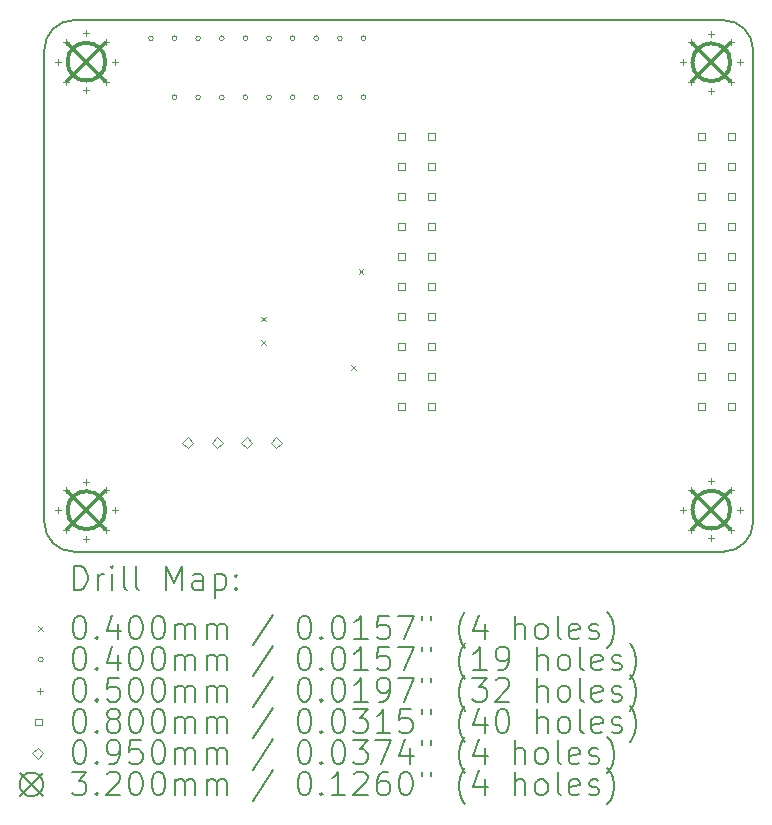
<source format=gbr>
%TF.GenerationSoftware,KiCad,Pcbnew,7.0.7*%
%TF.CreationDate,2023-11-15T17:54:29+01:00*%
%TF.ProjectId,Nodo_ESP32_bresser,4e6f646f-5f45-4535-9033-325f62726573,rev?*%
%TF.SameCoordinates,Original*%
%TF.FileFunction,Drillmap*%
%TF.FilePolarity,Positive*%
%FSLAX45Y45*%
G04 Gerber Fmt 4.5, Leading zero omitted, Abs format (unit mm)*
G04 Created by KiCad (PCBNEW 7.0.7) date 2023-11-15 17:54:29*
%MOMM*%
%LPD*%
G01*
G04 APERTURE LIST*
%ADD10C,0.200000*%
%ADD11C,0.040000*%
%ADD12C,0.050000*%
%ADD13C,0.080000*%
%ADD14C,0.095000*%
%ADD15C,0.320000*%
G04 APERTURE END LIST*
D10*
X11447500Y-10774600D02*
G75*
G03*
X11697500Y-11024600I250000J0D01*
G01*
X11697500Y-11024600D02*
X17197500Y-11024600D01*
X11447500Y-6774600D02*
X11447500Y-10774600D01*
X17197500Y-6524600D02*
X11697500Y-6524600D01*
X17197500Y-11024600D02*
G75*
G03*
X17447500Y-10774600I0J250000D01*
G01*
X17447500Y-6774600D02*
G75*
G03*
X17197500Y-6524600I-250000J0D01*
G01*
X11697500Y-6524600D02*
G75*
G03*
X11447500Y-6774600I0J-250000D01*
G01*
X17447500Y-10774600D02*
X17447500Y-6774600D01*
D11*
X13281700Y-9035800D02*
X13321700Y-9075800D01*
X13321700Y-9035800D02*
X13281700Y-9075800D01*
X13281700Y-9231100D02*
X13321700Y-9271100D01*
X13321700Y-9231100D02*
X13281700Y-9271100D01*
X14043700Y-9447000D02*
X14083700Y-9487000D01*
X14083700Y-9447000D02*
X14043700Y-9487000D01*
X14107200Y-8634200D02*
X14147200Y-8674200D01*
X14147200Y-8634200D02*
X14107200Y-8674200D01*
X12369200Y-6677600D02*
G75*
G03*
X12369200Y-6677600I-20000J0D01*
G01*
X12569200Y-6677600D02*
G75*
G03*
X12569200Y-6677600I-20000J0D01*
G01*
X12569200Y-7177600D02*
G75*
G03*
X12569200Y-7177600I-20000J0D01*
G01*
X12769200Y-6677600D02*
G75*
G03*
X12769200Y-6677600I-20000J0D01*
G01*
X12769200Y-7177600D02*
G75*
G03*
X12769200Y-7177600I-20000J0D01*
G01*
X12969200Y-6677600D02*
G75*
G03*
X12969200Y-6677600I-20000J0D01*
G01*
X12969200Y-7177600D02*
G75*
G03*
X12969200Y-7177600I-20000J0D01*
G01*
X13169200Y-6677600D02*
G75*
G03*
X13169200Y-6677600I-20000J0D01*
G01*
X13169200Y-7177600D02*
G75*
G03*
X13169200Y-7177600I-20000J0D01*
G01*
X13369200Y-6677600D02*
G75*
G03*
X13369200Y-6677600I-20000J0D01*
G01*
X13369200Y-7177600D02*
G75*
G03*
X13369200Y-7177600I-20000J0D01*
G01*
X13569200Y-6677600D02*
G75*
G03*
X13569200Y-6677600I-20000J0D01*
G01*
X13569200Y-7177600D02*
G75*
G03*
X13569200Y-7177600I-20000J0D01*
G01*
X13769200Y-6677600D02*
G75*
G03*
X13769200Y-6677600I-20000J0D01*
G01*
X13769200Y-7177600D02*
G75*
G03*
X13769200Y-7177600I-20000J0D01*
G01*
X13969200Y-6677600D02*
G75*
G03*
X13969200Y-6677600I-20000J0D01*
G01*
X13969200Y-7177600D02*
G75*
G03*
X13969200Y-7177600I-20000J0D01*
G01*
X14169200Y-6677600D02*
G75*
G03*
X14169200Y-6677600I-20000J0D01*
G01*
X14169200Y-7177600D02*
G75*
G03*
X14169200Y-7177600I-20000J0D01*
G01*
D12*
X11563100Y-6851200D02*
X11563100Y-6901200D01*
X11538100Y-6876200D02*
X11588100Y-6876200D01*
X11563100Y-10648500D02*
X11563100Y-10698500D01*
X11538100Y-10673500D02*
X11588100Y-10673500D01*
X11633394Y-6681494D02*
X11633394Y-6731494D01*
X11608394Y-6706494D02*
X11658394Y-6706494D01*
X11633394Y-7020906D02*
X11633394Y-7070906D01*
X11608394Y-7045906D02*
X11658394Y-7045906D01*
X11633394Y-10478794D02*
X11633394Y-10528794D01*
X11608394Y-10503794D02*
X11658394Y-10503794D01*
X11633394Y-10818206D02*
X11633394Y-10868206D01*
X11608394Y-10843206D02*
X11658394Y-10843206D01*
X11803100Y-6611200D02*
X11803100Y-6661200D01*
X11778100Y-6636200D02*
X11828100Y-6636200D01*
X11803100Y-7091200D02*
X11803100Y-7141200D01*
X11778100Y-7116200D02*
X11828100Y-7116200D01*
X11803100Y-10408500D02*
X11803100Y-10458500D01*
X11778100Y-10433500D02*
X11828100Y-10433500D01*
X11803100Y-10888500D02*
X11803100Y-10938500D01*
X11778100Y-10913500D02*
X11828100Y-10913500D01*
X11972806Y-6681494D02*
X11972806Y-6731494D01*
X11947806Y-6706494D02*
X11997806Y-6706494D01*
X11972806Y-7020906D02*
X11972806Y-7070906D01*
X11947806Y-7045906D02*
X11997806Y-7045906D01*
X11972806Y-10478794D02*
X11972806Y-10528794D01*
X11947806Y-10503794D02*
X11997806Y-10503794D01*
X11972806Y-10818206D02*
X11972806Y-10868206D01*
X11947806Y-10843206D02*
X11997806Y-10843206D01*
X12043100Y-6851200D02*
X12043100Y-6901200D01*
X12018100Y-6876200D02*
X12068100Y-6876200D01*
X12043100Y-10648500D02*
X12043100Y-10698500D01*
X12018100Y-10673500D02*
X12068100Y-10673500D01*
X16854394Y-6855806D02*
X16854394Y-6905806D01*
X16829394Y-6880806D02*
X16879394Y-6880806D01*
X16854394Y-10643894D02*
X16854394Y-10693894D01*
X16829394Y-10668894D02*
X16879394Y-10668894D01*
X16924689Y-6686100D02*
X16924689Y-6736100D01*
X16899689Y-6711100D02*
X16949689Y-6711100D01*
X16924689Y-7025511D02*
X16924689Y-7075511D01*
X16899689Y-7050511D02*
X16949689Y-7050511D01*
X16924689Y-10474189D02*
X16924689Y-10524189D01*
X16899689Y-10499189D02*
X16949689Y-10499189D01*
X16924689Y-10813600D02*
X16924689Y-10863600D01*
X16899689Y-10838600D02*
X16949689Y-10838600D01*
X17094394Y-6615806D02*
X17094394Y-6665806D01*
X17069394Y-6640806D02*
X17119394Y-6640806D01*
X17094394Y-7095806D02*
X17094394Y-7145806D01*
X17069394Y-7120806D02*
X17119394Y-7120806D01*
X17094394Y-10403894D02*
X17094394Y-10453894D01*
X17069394Y-10428894D02*
X17119394Y-10428894D01*
X17094394Y-10883894D02*
X17094394Y-10933894D01*
X17069394Y-10908894D02*
X17119394Y-10908894D01*
X17264100Y-6686100D02*
X17264100Y-6736100D01*
X17239100Y-6711100D02*
X17289100Y-6711100D01*
X17264100Y-7025511D02*
X17264100Y-7075511D01*
X17239100Y-7050511D02*
X17289100Y-7050511D01*
X17264100Y-10474189D02*
X17264100Y-10524189D01*
X17239100Y-10499189D02*
X17289100Y-10499189D01*
X17264100Y-10813600D02*
X17264100Y-10863600D01*
X17239100Y-10838600D02*
X17289100Y-10838600D01*
X17334394Y-6855806D02*
X17334394Y-6905806D01*
X17309394Y-6880806D02*
X17359394Y-6880806D01*
X17334394Y-10643894D02*
X17334394Y-10693894D01*
X17309394Y-10668894D02*
X17359394Y-10668894D01*
D13*
X14498384Y-7539484D02*
X14498384Y-7482915D01*
X14441815Y-7482915D01*
X14441815Y-7539484D01*
X14498384Y-7539484D01*
X14498384Y-7793484D02*
X14498384Y-7736915D01*
X14441815Y-7736915D01*
X14441815Y-7793484D01*
X14498384Y-7793484D01*
X14498384Y-8047484D02*
X14498384Y-7990915D01*
X14441815Y-7990915D01*
X14441815Y-8047484D01*
X14498384Y-8047484D01*
X14498384Y-8301484D02*
X14498384Y-8244915D01*
X14441815Y-8244915D01*
X14441815Y-8301484D01*
X14498384Y-8301484D01*
X14498384Y-8555485D02*
X14498384Y-8498916D01*
X14441815Y-8498916D01*
X14441815Y-8555485D01*
X14498384Y-8555485D01*
X14498384Y-8809485D02*
X14498384Y-8752916D01*
X14441815Y-8752916D01*
X14441815Y-8809485D01*
X14498384Y-8809485D01*
X14498384Y-9063485D02*
X14498384Y-9006916D01*
X14441815Y-9006916D01*
X14441815Y-9063485D01*
X14498384Y-9063485D01*
X14498384Y-9317485D02*
X14498384Y-9260916D01*
X14441815Y-9260916D01*
X14441815Y-9317485D01*
X14498384Y-9317485D01*
X14498384Y-9571485D02*
X14498384Y-9514916D01*
X14441815Y-9514916D01*
X14441815Y-9571485D01*
X14498384Y-9571485D01*
X14498384Y-9825485D02*
X14498384Y-9768916D01*
X14441815Y-9768916D01*
X14441815Y-9825485D01*
X14498384Y-9825485D01*
X14752384Y-7539484D02*
X14752384Y-7482915D01*
X14695815Y-7482915D01*
X14695815Y-7539484D01*
X14752384Y-7539484D01*
X14752384Y-7793484D02*
X14752384Y-7736915D01*
X14695815Y-7736915D01*
X14695815Y-7793484D01*
X14752384Y-7793484D01*
X14752384Y-8047484D02*
X14752384Y-7990915D01*
X14695815Y-7990915D01*
X14695815Y-8047484D01*
X14752384Y-8047484D01*
X14752384Y-8301484D02*
X14752384Y-8244915D01*
X14695815Y-8244915D01*
X14695815Y-8301484D01*
X14752384Y-8301484D01*
X14752384Y-8555485D02*
X14752384Y-8498916D01*
X14695815Y-8498916D01*
X14695815Y-8555485D01*
X14752384Y-8555485D01*
X14752384Y-8809485D02*
X14752384Y-8752916D01*
X14695815Y-8752916D01*
X14695815Y-8809485D01*
X14752384Y-8809485D01*
X14752384Y-9063485D02*
X14752384Y-9006916D01*
X14695815Y-9006916D01*
X14695815Y-9063485D01*
X14752384Y-9063485D01*
X14752384Y-9317485D02*
X14752384Y-9260916D01*
X14695815Y-9260916D01*
X14695815Y-9317485D01*
X14752384Y-9317485D01*
X14752384Y-9571485D02*
X14752384Y-9514916D01*
X14695815Y-9514916D01*
X14695815Y-9571485D01*
X14752384Y-9571485D01*
X14752384Y-9825485D02*
X14752384Y-9768916D01*
X14695815Y-9768916D01*
X14695815Y-9825485D01*
X14752384Y-9825485D01*
X17038385Y-7539484D02*
X17038385Y-7482915D01*
X16981816Y-7482915D01*
X16981816Y-7539484D01*
X17038385Y-7539484D01*
X17038385Y-7793484D02*
X17038385Y-7736915D01*
X16981816Y-7736915D01*
X16981816Y-7793484D01*
X17038385Y-7793484D01*
X17038385Y-8047484D02*
X17038385Y-7990915D01*
X16981816Y-7990915D01*
X16981816Y-8047484D01*
X17038385Y-8047484D01*
X17038385Y-8301484D02*
X17038385Y-8244915D01*
X16981816Y-8244915D01*
X16981816Y-8301484D01*
X17038385Y-8301484D01*
X17038385Y-8555485D02*
X17038385Y-8498916D01*
X16981816Y-8498916D01*
X16981816Y-8555485D01*
X17038385Y-8555485D01*
X17038385Y-8809485D02*
X17038385Y-8752916D01*
X16981816Y-8752916D01*
X16981816Y-8809485D01*
X17038385Y-8809485D01*
X17038385Y-9063485D02*
X17038385Y-9006916D01*
X16981816Y-9006916D01*
X16981816Y-9063485D01*
X17038385Y-9063485D01*
X17038385Y-9317485D02*
X17038385Y-9260916D01*
X16981816Y-9260916D01*
X16981816Y-9317485D01*
X17038385Y-9317485D01*
X17038385Y-9571485D02*
X17038385Y-9514916D01*
X16981816Y-9514916D01*
X16981816Y-9571485D01*
X17038385Y-9571485D01*
X17038385Y-9825485D02*
X17038385Y-9768916D01*
X16981816Y-9768916D01*
X16981816Y-9825485D01*
X17038385Y-9825485D01*
X17292385Y-7539484D02*
X17292385Y-7482915D01*
X17235816Y-7482915D01*
X17235816Y-7539484D01*
X17292385Y-7539484D01*
X17292385Y-7793484D02*
X17292385Y-7736915D01*
X17235816Y-7736915D01*
X17235816Y-7793484D01*
X17292385Y-7793484D01*
X17292385Y-8047484D02*
X17292385Y-7990915D01*
X17235816Y-7990915D01*
X17235816Y-8047484D01*
X17292385Y-8047484D01*
X17292385Y-8301484D02*
X17292385Y-8244915D01*
X17235816Y-8244915D01*
X17235816Y-8301484D01*
X17292385Y-8301484D01*
X17292385Y-8555485D02*
X17292385Y-8498916D01*
X17235816Y-8498916D01*
X17235816Y-8555485D01*
X17292385Y-8555485D01*
X17292385Y-8809485D02*
X17292385Y-8752916D01*
X17235816Y-8752916D01*
X17235816Y-8809485D01*
X17292385Y-8809485D01*
X17292385Y-9063485D02*
X17292385Y-9006916D01*
X17235816Y-9006916D01*
X17235816Y-9063485D01*
X17292385Y-9063485D01*
X17292385Y-9317485D02*
X17292385Y-9260916D01*
X17235816Y-9260916D01*
X17235816Y-9317485D01*
X17292385Y-9317485D01*
X17292385Y-9571485D02*
X17292385Y-9514916D01*
X17235816Y-9514916D01*
X17235816Y-9571485D01*
X17292385Y-9571485D01*
X17292385Y-9825485D02*
X17292385Y-9768916D01*
X17235816Y-9768916D01*
X17235816Y-9825485D01*
X17292385Y-9825485D01*
D14*
X12660000Y-10149500D02*
X12707500Y-10102000D01*
X12660000Y-10054500D01*
X12612500Y-10102000D01*
X12660000Y-10149500D01*
X12910000Y-10149500D02*
X12957500Y-10102000D01*
X12910000Y-10054500D01*
X12862500Y-10102000D01*
X12910000Y-10149500D01*
X13160000Y-10149500D02*
X13207500Y-10102000D01*
X13160000Y-10054500D01*
X13112500Y-10102000D01*
X13160000Y-10149500D01*
X13410000Y-10149500D02*
X13457500Y-10102000D01*
X13410000Y-10054500D01*
X13362500Y-10102000D01*
X13410000Y-10149500D01*
D15*
X11643100Y-6716200D02*
X11963100Y-7036200D01*
X11963100Y-6716200D02*
X11643100Y-7036200D01*
X11963100Y-6876200D02*
G75*
G03*
X11963100Y-6876200I-160000J0D01*
G01*
X11643100Y-10513500D02*
X11963100Y-10833500D01*
X11963100Y-10513500D02*
X11643100Y-10833500D01*
X11963100Y-10673500D02*
G75*
G03*
X11963100Y-10673500I-160000J0D01*
G01*
X16934394Y-6720806D02*
X17254394Y-7040806D01*
X17254394Y-6720806D02*
X16934394Y-7040806D01*
X17254394Y-6880806D02*
G75*
G03*
X17254394Y-6880806I-160000J0D01*
G01*
X16934394Y-10508894D02*
X17254394Y-10828894D01*
X17254394Y-10508894D02*
X16934394Y-10828894D01*
X17254394Y-10668894D02*
G75*
G03*
X17254394Y-10668894I-160000J0D01*
G01*
D10*
X11698277Y-11346084D02*
X11698277Y-11146084D01*
X11698277Y-11146084D02*
X11745896Y-11146084D01*
X11745896Y-11146084D02*
X11774467Y-11155608D01*
X11774467Y-11155608D02*
X11793515Y-11174655D01*
X11793515Y-11174655D02*
X11803039Y-11193703D01*
X11803039Y-11193703D02*
X11812562Y-11231798D01*
X11812562Y-11231798D02*
X11812562Y-11260369D01*
X11812562Y-11260369D02*
X11803039Y-11298465D01*
X11803039Y-11298465D02*
X11793515Y-11317512D01*
X11793515Y-11317512D02*
X11774467Y-11336560D01*
X11774467Y-11336560D02*
X11745896Y-11346084D01*
X11745896Y-11346084D02*
X11698277Y-11346084D01*
X11898277Y-11346084D02*
X11898277Y-11212750D01*
X11898277Y-11250846D02*
X11907801Y-11231798D01*
X11907801Y-11231798D02*
X11917324Y-11222274D01*
X11917324Y-11222274D02*
X11936372Y-11212750D01*
X11936372Y-11212750D02*
X11955420Y-11212750D01*
X12022086Y-11346084D02*
X12022086Y-11212750D01*
X12022086Y-11146084D02*
X12012562Y-11155608D01*
X12012562Y-11155608D02*
X12022086Y-11165131D01*
X12022086Y-11165131D02*
X12031610Y-11155608D01*
X12031610Y-11155608D02*
X12022086Y-11146084D01*
X12022086Y-11146084D02*
X12022086Y-11165131D01*
X12145896Y-11346084D02*
X12126848Y-11336560D01*
X12126848Y-11336560D02*
X12117324Y-11317512D01*
X12117324Y-11317512D02*
X12117324Y-11146084D01*
X12250658Y-11346084D02*
X12231610Y-11336560D01*
X12231610Y-11336560D02*
X12222086Y-11317512D01*
X12222086Y-11317512D02*
X12222086Y-11146084D01*
X12479229Y-11346084D02*
X12479229Y-11146084D01*
X12479229Y-11146084D02*
X12545896Y-11288941D01*
X12545896Y-11288941D02*
X12612562Y-11146084D01*
X12612562Y-11146084D02*
X12612562Y-11346084D01*
X12793515Y-11346084D02*
X12793515Y-11241322D01*
X12793515Y-11241322D02*
X12783991Y-11222274D01*
X12783991Y-11222274D02*
X12764943Y-11212750D01*
X12764943Y-11212750D02*
X12726848Y-11212750D01*
X12726848Y-11212750D02*
X12707801Y-11222274D01*
X12793515Y-11336560D02*
X12774467Y-11346084D01*
X12774467Y-11346084D02*
X12726848Y-11346084D01*
X12726848Y-11346084D02*
X12707801Y-11336560D01*
X12707801Y-11336560D02*
X12698277Y-11317512D01*
X12698277Y-11317512D02*
X12698277Y-11298465D01*
X12698277Y-11298465D02*
X12707801Y-11279417D01*
X12707801Y-11279417D02*
X12726848Y-11269893D01*
X12726848Y-11269893D02*
X12774467Y-11269893D01*
X12774467Y-11269893D02*
X12793515Y-11260369D01*
X12888753Y-11212750D02*
X12888753Y-11412750D01*
X12888753Y-11222274D02*
X12907801Y-11212750D01*
X12907801Y-11212750D02*
X12945896Y-11212750D01*
X12945896Y-11212750D02*
X12964943Y-11222274D01*
X12964943Y-11222274D02*
X12974467Y-11231798D01*
X12974467Y-11231798D02*
X12983991Y-11250846D01*
X12983991Y-11250846D02*
X12983991Y-11307988D01*
X12983991Y-11307988D02*
X12974467Y-11327036D01*
X12974467Y-11327036D02*
X12964943Y-11336560D01*
X12964943Y-11336560D02*
X12945896Y-11346084D01*
X12945896Y-11346084D02*
X12907801Y-11346084D01*
X12907801Y-11346084D02*
X12888753Y-11336560D01*
X13069705Y-11327036D02*
X13079229Y-11336560D01*
X13079229Y-11336560D02*
X13069705Y-11346084D01*
X13069705Y-11346084D02*
X13060182Y-11336560D01*
X13060182Y-11336560D02*
X13069705Y-11327036D01*
X13069705Y-11327036D02*
X13069705Y-11346084D01*
X13069705Y-11222274D02*
X13079229Y-11231798D01*
X13079229Y-11231798D02*
X13069705Y-11241322D01*
X13069705Y-11241322D02*
X13060182Y-11231798D01*
X13060182Y-11231798D02*
X13069705Y-11222274D01*
X13069705Y-11222274D02*
X13069705Y-11241322D01*
D11*
X11397500Y-11654600D02*
X11437500Y-11694600D01*
X11437500Y-11654600D02*
X11397500Y-11694600D01*
D10*
X11736372Y-11566084D02*
X11755420Y-11566084D01*
X11755420Y-11566084D02*
X11774467Y-11575608D01*
X11774467Y-11575608D02*
X11783991Y-11585131D01*
X11783991Y-11585131D02*
X11793515Y-11604179D01*
X11793515Y-11604179D02*
X11803039Y-11642274D01*
X11803039Y-11642274D02*
X11803039Y-11689893D01*
X11803039Y-11689893D02*
X11793515Y-11727988D01*
X11793515Y-11727988D02*
X11783991Y-11747036D01*
X11783991Y-11747036D02*
X11774467Y-11756560D01*
X11774467Y-11756560D02*
X11755420Y-11766084D01*
X11755420Y-11766084D02*
X11736372Y-11766084D01*
X11736372Y-11766084D02*
X11717324Y-11756560D01*
X11717324Y-11756560D02*
X11707801Y-11747036D01*
X11707801Y-11747036D02*
X11698277Y-11727988D01*
X11698277Y-11727988D02*
X11688753Y-11689893D01*
X11688753Y-11689893D02*
X11688753Y-11642274D01*
X11688753Y-11642274D02*
X11698277Y-11604179D01*
X11698277Y-11604179D02*
X11707801Y-11585131D01*
X11707801Y-11585131D02*
X11717324Y-11575608D01*
X11717324Y-11575608D02*
X11736372Y-11566084D01*
X11888753Y-11747036D02*
X11898277Y-11756560D01*
X11898277Y-11756560D02*
X11888753Y-11766084D01*
X11888753Y-11766084D02*
X11879229Y-11756560D01*
X11879229Y-11756560D02*
X11888753Y-11747036D01*
X11888753Y-11747036D02*
X11888753Y-11766084D01*
X12069705Y-11632750D02*
X12069705Y-11766084D01*
X12022086Y-11556560D02*
X11974467Y-11699417D01*
X11974467Y-11699417D02*
X12098277Y-11699417D01*
X12212562Y-11566084D02*
X12231610Y-11566084D01*
X12231610Y-11566084D02*
X12250658Y-11575608D01*
X12250658Y-11575608D02*
X12260182Y-11585131D01*
X12260182Y-11585131D02*
X12269705Y-11604179D01*
X12269705Y-11604179D02*
X12279229Y-11642274D01*
X12279229Y-11642274D02*
X12279229Y-11689893D01*
X12279229Y-11689893D02*
X12269705Y-11727988D01*
X12269705Y-11727988D02*
X12260182Y-11747036D01*
X12260182Y-11747036D02*
X12250658Y-11756560D01*
X12250658Y-11756560D02*
X12231610Y-11766084D01*
X12231610Y-11766084D02*
X12212562Y-11766084D01*
X12212562Y-11766084D02*
X12193515Y-11756560D01*
X12193515Y-11756560D02*
X12183991Y-11747036D01*
X12183991Y-11747036D02*
X12174467Y-11727988D01*
X12174467Y-11727988D02*
X12164943Y-11689893D01*
X12164943Y-11689893D02*
X12164943Y-11642274D01*
X12164943Y-11642274D02*
X12174467Y-11604179D01*
X12174467Y-11604179D02*
X12183991Y-11585131D01*
X12183991Y-11585131D02*
X12193515Y-11575608D01*
X12193515Y-11575608D02*
X12212562Y-11566084D01*
X12403039Y-11566084D02*
X12422086Y-11566084D01*
X12422086Y-11566084D02*
X12441134Y-11575608D01*
X12441134Y-11575608D02*
X12450658Y-11585131D01*
X12450658Y-11585131D02*
X12460182Y-11604179D01*
X12460182Y-11604179D02*
X12469705Y-11642274D01*
X12469705Y-11642274D02*
X12469705Y-11689893D01*
X12469705Y-11689893D02*
X12460182Y-11727988D01*
X12460182Y-11727988D02*
X12450658Y-11747036D01*
X12450658Y-11747036D02*
X12441134Y-11756560D01*
X12441134Y-11756560D02*
X12422086Y-11766084D01*
X12422086Y-11766084D02*
X12403039Y-11766084D01*
X12403039Y-11766084D02*
X12383991Y-11756560D01*
X12383991Y-11756560D02*
X12374467Y-11747036D01*
X12374467Y-11747036D02*
X12364943Y-11727988D01*
X12364943Y-11727988D02*
X12355420Y-11689893D01*
X12355420Y-11689893D02*
X12355420Y-11642274D01*
X12355420Y-11642274D02*
X12364943Y-11604179D01*
X12364943Y-11604179D02*
X12374467Y-11585131D01*
X12374467Y-11585131D02*
X12383991Y-11575608D01*
X12383991Y-11575608D02*
X12403039Y-11566084D01*
X12555420Y-11766084D02*
X12555420Y-11632750D01*
X12555420Y-11651798D02*
X12564943Y-11642274D01*
X12564943Y-11642274D02*
X12583991Y-11632750D01*
X12583991Y-11632750D02*
X12612563Y-11632750D01*
X12612563Y-11632750D02*
X12631610Y-11642274D01*
X12631610Y-11642274D02*
X12641134Y-11661322D01*
X12641134Y-11661322D02*
X12641134Y-11766084D01*
X12641134Y-11661322D02*
X12650658Y-11642274D01*
X12650658Y-11642274D02*
X12669705Y-11632750D01*
X12669705Y-11632750D02*
X12698277Y-11632750D01*
X12698277Y-11632750D02*
X12717324Y-11642274D01*
X12717324Y-11642274D02*
X12726848Y-11661322D01*
X12726848Y-11661322D02*
X12726848Y-11766084D01*
X12822086Y-11766084D02*
X12822086Y-11632750D01*
X12822086Y-11651798D02*
X12831610Y-11642274D01*
X12831610Y-11642274D02*
X12850658Y-11632750D01*
X12850658Y-11632750D02*
X12879229Y-11632750D01*
X12879229Y-11632750D02*
X12898277Y-11642274D01*
X12898277Y-11642274D02*
X12907801Y-11661322D01*
X12907801Y-11661322D02*
X12907801Y-11766084D01*
X12907801Y-11661322D02*
X12917324Y-11642274D01*
X12917324Y-11642274D02*
X12936372Y-11632750D01*
X12936372Y-11632750D02*
X12964943Y-11632750D01*
X12964943Y-11632750D02*
X12983991Y-11642274D01*
X12983991Y-11642274D02*
X12993515Y-11661322D01*
X12993515Y-11661322D02*
X12993515Y-11766084D01*
X13383991Y-11556560D02*
X13212563Y-11813703D01*
X13641134Y-11566084D02*
X13660182Y-11566084D01*
X13660182Y-11566084D02*
X13679229Y-11575608D01*
X13679229Y-11575608D02*
X13688753Y-11585131D01*
X13688753Y-11585131D02*
X13698277Y-11604179D01*
X13698277Y-11604179D02*
X13707801Y-11642274D01*
X13707801Y-11642274D02*
X13707801Y-11689893D01*
X13707801Y-11689893D02*
X13698277Y-11727988D01*
X13698277Y-11727988D02*
X13688753Y-11747036D01*
X13688753Y-11747036D02*
X13679229Y-11756560D01*
X13679229Y-11756560D02*
X13660182Y-11766084D01*
X13660182Y-11766084D02*
X13641134Y-11766084D01*
X13641134Y-11766084D02*
X13622086Y-11756560D01*
X13622086Y-11756560D02*
X13612563Y-11747036D01*
X13612563Y-11747036D02*
X13603039Y-11727988D01*
X13603039Y-11727988D02*
X13593515Y-11689893D01*
X13593515Y-11689893D02*
X13593515Y-11642274D01*
X13593515Y-11642274D02*
X13603039Y-11604179D01*
X13603039Y-11604179D02*
X13612563Y-11585131D01*
X13612563Y-11585131D02*
X13622086Y-11575608D01*
X13622086Y-11575608D02*
X13641134Y-11566084D01*
X13793515Y-11747036D02*
X13803039Y-11756560D01*
X13803039Y-11756560D02*
X13793515Y-11766084D01*
X13793515Y-11766084D02*
X13783991Y-11756560D01*
X13783991Y-11756560D02*
X13793515Y-11747036D01*
X13793515Y-11747036D02*
X13793515Y-11766084D01*
X13926848Y-11566084D02*
X13945896Y-11566084D01*
X13945896Y-11566084D02*
X13964944Y-11575608D01*
X13964944Y-11575608D02*
X13974467Y-11585131D01*
X13974467Y-11585131D02*
X13983991Y-11604179D01*
X13983991Y-11604179D02*
X13993515Y-11642274D01*
X13993515Y-11642274D02*
X13993515Y-11689893D01*
X13993515Y-11689893D02*
X13983991Y-11727988D01*
X13983991Y-11727988D02*
X13974467Y-11747036D01*
X13974467Y-11747036D02*
X13964944Y-11756560D01*
X13964944Y-11756560D02*
X13945896Y-11766084D01*
X13945896Y-11766084D02*
X13926848Y-11766084D01*
X13926848Y-11766084D02*
X13907801Y-11756560D01*
X13907801Y-11756560D02*
X13898277Y-11747036D01*
X13898277Y-11747036D02*
X13888753Y-11727988D01*
X13888753Y-11727988D02*
X13879229Y-11689893D01*
X13879229Y-11689893D02*
X13879229Y-11642274D01*
X13879229Y-11642274D02*
X13888753Y-11604179D01*
X13888753Y-11604179D02*
X13898277Y-11585131D01*
X13898277Y-11585131D02*
X13907801Y-11575608D01*
X13907801Y-11575608D02*
X13926848Y-11566084D01*
X14183991Y-11766084D02*
X14069706Y-11766084D01*
X14126848Y-11766084D02*
X14126848Y-11566084D01*
X14126848Y-11566084D02*
X14107801Y-11594655D01*
X14107801Y-11594655D02*
X14088753Y-11613703D01*
X14088753Y-11613703D02*
X14069706Y-11623227D01*
X14364944Y-11566084D02*
X14269706Y-11566084D01*
X14269706Y-11566084D02*
X14260182Y-11661322D01*
X14260182Y-11661322D02*
X14269706Y-11651798D01*
X14269706Y-11651798D02*
X14288753Y-11642274D01*
X14288753Y-11642274D02*
X14336372Y-11642274D01*
X14336372Y-11642274D02*
X14355420Y-11651798D01*
X14355420Y-11651798D02*
X14364944Y-11661322D01*
X14364944Y-11661322D02*
X14374467Y-11680369D01*
X14374467Y-11680369D02*
X14374467Y-11727988D01*
X14374467Y-11727988D02*
X14364944Y-11747036D01*
X14364944Y-11747036D02*
X14355420Y-11756560D01*
X14355420Y-11756560D02*
X14336372Y-11766084D01*
X14336372Y-11766084D02*
X14288753Y-11766084D01*
X14288753Y-11766084D02*
X14269706Y-11756560D01*
X14269706Y-11756560D02*
X14260182Y-11747036D01*
X14441134Y-11566084D02*
X14574467Y-11566084D01*
X14574467Y-11566084D02*
X14488753Y-11766084D01*
X14641134Y-11566084D02*
X14641134Y-11604179D01*
X14717325Y-11566084D02*
X14717325Y-11604179D01*
X15012563Y-11842274D02*
X15003039Y-11832750D01*
X15003039Y-11832750D02*
X14983991Y-11804179D01*
X14983991Y-11804179D02*
X14974468Y-11785131D01*
X14974468Y-11785131D02*
X14964944Y-11756560D01*
X14964944Y-11756560D02*
X14955420Y-11708941D01*
X14955420Y-11708941D02*
X14955420Y-11670846D01*
X14955420Y-11670846D02*
X14964944Y-11623227D01*
X14964944Y-11623227D02*
X14974468Y-11594655D01*
X14974468Y-11594655D02*
X14983991Y-11575608D01*
X14983991Y-11575608D02*
X15003039Y-11547036D01*
X15003039Y-11547036D02*
X15012563Y-11537512D01*
X15174468Y-11632750D02*
X15174468Y-11766084D01*
X15126848Y-11556560D02*
X15079229Y-11699417D01*
X15079229Y-11699417D02*
X15203039Y-11699417D01*
X15431610Y-11766084D02*
X15431610Y-11566084D01*
X15517325Y-11766084D02*
X15517325Y-11661322D01*
X15517325Y-11661322D02*
X15507801Y-11642274D01*
X15507801Y-11642274D02*
X15488753Y-11632750D01*
X15488753Y-11632750D02*
X15460182Y-11632750D01*
X15460182Y-11632750D02*
X15441134Y-11642274D01*
X15441134Y-11642274D02*
X15431610Y-11651798D01*
X15641134Y-11766084D02*
X15622087Y-11756560D01*
X15622087Y-11756560D02*
X15612563Y-11747036D01*
X15612563Y-11747036D02*
X15603039Y-11727988D01*
X15603039Y-11727988D02*
X15603039Y-11670846D01*
X15603039Y-11670846D02*
X15612563Y-11651798D01*
X15612563Y-11651798D02*
X15622087Y-11642274D01*
X15622087Y-11642274D02*
X15641134Y-11632750D01*
X15641134Y-11632750D02*
X15669706Y-11632750D01*
X15669706Y-11632750D02*
X15688753Y-11642274D01*
X15688753Y-11642274D02*
X15698277Y-11651798D01*
X15698277Y-11651798D02*
X15707801Y-11670846D01*
X15707801Y-11670846D02*
X15707801Y-11727988D01*
X15707801Y-11727988D02*
X15698277Y-11747036D01*
X15698277Y-11747036D02*
X15688753Y-11756560D01*
X15688753Y-11756560D02*
X15669706Y-11766084D01*
X15669706Y-11766084D02*
X15641134Y-11766084D01*
X15822087Y-11766084D02*
X15803039Y-11756560D01*
X15803039Y-11756560D02*
X15793515Y-11737512D01*
X15793515Y-11737512D02*
X15793515Y-11566084D01*
X15974468Y-11756560D02*
X15955420Y-11766084D01*
X15955420Y-11766084D02*
X15917325Y-11766084D01*
X15917325Y-11766084D02*
X15898277Y-11756560D01*
X15898277Y-11756560D02*
X15888753Y-11737512D01*
X15888753Y-11737512D02*
X15888753Y-11661322D01*
X15888753Y-11661322D02*
X15898277Y-11642274D01*
X15898277Y-11642274D02*
X15917325Y-11632750D01*
X15917325Y-11632750D02*
X15955420Y-11632750D01*
X15955420Y-11632750D02*
X15974468Y-11642274D01*
X15974468Y-11642274D02*
X15983991Y-11661322D01*
X15983991Y-11661322D02*
X15983991Y-11680369D01*
X15983991Y-11680369D02*
X15888753Y-11699417D01*
X16060182Y-11756560D02*
X16079230Y-11766084D01*
X16079230Y-11766084D02*
X16117325Y-11766084D01*
X16117325Y-11766084D02*
X16136372Y-11756560D01*
X16136372Y-11756560D02*
X16145896Y-11737512D01*
X16145896Y-11737512D02*
X16145896Y-11727988D01*
X16145896Y-11727988D02*
X16136372Y-11708941D01*
X16136372Y-11708941D02*
X16117325Y-11699417D01*
X16117325Y-11699417D02*
X16088753Y-11699417D01*
X16088753Y-11699417D02*
X16069706Y-11689893D01*
X16069706Y-11689893D02*
X16060182Y-11670846D01*
X16060182Y-11670846D02*
X16060182Y-11661322D01*
X16060182Y-11661322D02*
X16069706Y-11642274D01*
X16069706Y-11642274D02*
X16088753Y-11632750D01*
X16088753Y-11632750D02*
X16117325Y-11632750D01*
X16117325Y-11632750D02*
X16136372Y-11642274D01*
X16212563Y-11842274D02*
X16222087Y-11832750D01*
X16222087Y-11832750D02*
X16241134Y-11804179D01*
X16241134Y-11804179D02*
X16250658Y-11785131D01*
X16250658Y-11785131D02*
X16260182Y-11756560D01*
X16260182Y-11756560D02*
X16269706Y-11708941D01*
X16269706Y-11708941D02*
X16269706Y-11670846D01*
X16269706Y-11670846D02*
X16260182Y-11623227D01*
X16260182Y-11623227D02*
X16250658Y-11594655D01*
X16250658Y-11594655D02*
X16241134Y-11575608D01*
X16241134Y-11575608D02*
X16222087Y-11547036D01*
X16222087Y-11547036D02*
X16212563Y-11537512D01*
D11*
X11437500Y-11938600D02*
G75*
G03*
X11437500Y-11938600I-20000J0D01*
G01*
D10*
X11736372Y-11830084D02*
X11755420Y-11830084D01*
X11755420Y-11830084D02*
X11774467Y-11839608D01*
X11774467Y-11839608D02*
X11783991Y-11849131D01*
X11783991Y-11849131D02*
X11793515Y-11868179D01*
X11793515Y-11868179D02*
X11803039Y-11906274D01*
X11803039Y-11906274D02*
X11803039Y-11953893D01*
X11803039Y-11953893D02*
X11793515Y-11991988D01*
X11793515Y-11991988D02*
X11783991Y-12011036D01*
X11783991Y-12011036D02*
X11774467Y-12020560D01*
X11774467Y-12020560D02*
X11755420Y-12030084D01*
X11755420Y-12030084D02*
X11736372Y-12030084D01*
X11736372Y-12030084D02*
X11717324Y-12020560D01*
X11717324Y-12020560D02*
X11707801Y-12011036D01*
X11707801Y-12011036D02*
X11698277Y-11991988D01*
X11698277Y-11991988D02*
X11688753Y-11953893D01*
X11688753Y-11953893D02*
X11688753Y-11906274D01*
X11688753Y-11906274D02*
X11698277Y-11868179D01*
X11698277Y-11868179D02*
X11707801Y-11849131D01*
X11707801Y-11849131D02*
X11717324Y-11839608D01*
X11717324Y-11839608D02*
X11736372Y-11830084D01*
X11888753Y-12011036D02*
X11898277Y-12020560D01*
X11898277Y-12020560D02*
X11888753Y-12030084D01*
X11888753Y-12030084D02*
X11879229Y-12020560D01*
X11879229Y-12020560D02*
X11888753Y-12011036D01*
X11888753Y-12011036D02*
X11888753Y-12030084D01*
X12069705Y-11896750D02*
X12069705Y-12030084D01*
X12022086Y-11820560D02*
X11974467Y-11963417D01*
X11974467Y-11963417D02*
X12098277Y-11963417D01*
X12212562Y-11830084D02*
X12231610Y-11830084D01*
X12231610Y-11830084D02*
X12250658Y-11839608D01*
X12250658Y-11839608D02*
X12260182Y-11849131D01*
X12260182Y-11849131D02*
X12269705Y-11868179D01*
X12269705Y-11868179D02*
X12279229Y-11906274D01*
X12279229Y-11906274D02*
X12279229Y-11953893D01*
X12279229Y-11953893D02*
X12269705Y-11991988D01*
X12269705Y-11991988D02*
X12260182Y-12011036D01*
X12260182Y-12011036D02*
X12250658Y-12020560D01*
X12250658Y-12020560D02*
X12231610Y-12030084D01*
X12231610Y-12030084D02*
X12212562Y-12030084D01*
X12212562Y-12030084D02*
X12193515Y-12020560D01*
X12193515Y-12020560D02*
X12183991Y-12011036D01*
X12183991Y-12011036D02*
X12174467Y-11991988D01*
X12174467Y-11991988D02*
X12164943Y-11953893D01*
X12164943Y-11953893D02*
X12164943Y-11906274D01*
X12164943Y-11906274D02*
X12174467Y-11868179D01*
X12174467Y-11868179D02*
X12183991Y-11849131D01*
X12183991Y-11849131D02*
X12193515Y-11839608D01*
X12193515Y-11839608D02*
X12212562Y-11830084D01*
X12403039Y-11830084D02*
X12422086Y-11830084D01*
X12422086Y-11830084D02*
X12441134Y-11839608D01*
X12441134Y-11839608D02*
X12450658Y-11849131D01*
X12450658Y-11849131D02*
X12460182Y-11868179D01*
X12460182Y-11868179D02*
X12469705Y-11906274D01*
X12469705Y-11906274D02*
X12469705Y-11953893D01*
X12469705Y-11953893D02*
X12460182Y-11991988D01*
X12460182Y-11991988D02*
X12450658Y-12011036D01*
X12450658Y-12011036D02*
X12441134Y-12020560D01*
X12441134Y-12020560D02*
X12422086Y-12030084D01*
X12422086Y-12030084D02*
X12403039Y-12030084D01*
X12403039Y-12030084D02*
X12383991Y-12020560D01*
X12383991Y-12020560D02*
X12374467Y-12011036D01*
X12374467Y-12011036D02*
X12364943Y-11991988D01*
X12364943Y-11991988D02*
X12355420Y-11953893D01*
X12355420Y-11953893D02*
X12355420Y-11906274D01*
X12355420Y-11906274D02*
X12364943Y-11868179D01*
X12364943Y-11868179D02*
X12374467Y-11849131D01*
X12374467Y-11849131D02*
X12383991Y-11839608D01*
X12383991Y-11839608D02*
X12403039Y-11830084D01*
X12555420Y-12030084D02*
X12555420Y-11896750D01*
X12555420Y-11915798D02*
X12564943Y-11906274D01*
X12564943Y-11906274D02*
X12583991Y-11896750D01*
X12583991Y-11896750D02*
X12612563Y-11896750D01*
X12612563Y-11896750D02*
X12631610Y-11906274D01*
X12631610Y-11906274D02*
X12641134Y-11925322D01*
X12641134Y-11925322D02*
X12641134Y-12030084D01*
X12641134Y-11925322D02*
X12650658Y-11906274D01*
X12650658Y-11906274D02*
X12669705Y-11896750D01*
X12669705Y-11896750D02*
X12698277Y-11896750D01*
X12698277Y-11896750D02*
X12717324Y-11906274D01*
X12717324Y-11906274D02*
X12726848Y-11925322D01*
X12726848Y-11925322D02*
X12726848Y-12030084D01*
X12822086Y-12030084D02*
X12822086Y-11896750D01*
X12822086Y-11915798D02*
X12831610Y-11906274D01*
X12831610Y-11906274D02*
X12850658Y-11896750D01*
X12850658Y-11896750D02*
X12879229Y-11896750D01*
X12879229Y-11896750D02*
X12898277Y-11906274D01*
X12898277Y-11906274D02*
X12907801Y-11925322D01*
X12907801Y-11925322D02*
X12907801Y-12030084D01*
X12907801Y-11925322D02*
X12917324Y-11906274D01*
X12917324Y-11906274D02*
X12936372Y-11896750D01*
X12936372Y-11896750D02*
X12964943Y-11896750D01*
X12964943Y-11896750D02*
X12983991Y-11906274D01*
X12983991Y-11906274D02*
X12993515Y-11925322D01*
X12993515Y-11925322D02*
X12993515Y-12030084D01*
X13383991Y-11820560D02*
X13212563Y-12077703D01*
X13641134Y-11830084D02*
X13660182Y-11830084D01*
X13660182Y-11830084D02*
X13679229Y-11839608D01*
X13679229Y-11839608D02*
X13688753Y-11849131D01*
X13688753Y-11849131D02*
X13698277Y-11868179D01*
X13698277Y-11868179D02*
X13707801Y-11906274D01*
X13707801Y-11906274D02*
X13707801Y-11953893D01*
X13707801Y-11953893D02*
X13698277Y-11991988D01*
X13698277Y-11991988D02*
X13688753Y-12011036D01*
X13688753Y-12011036D02*
X13679229Y-12020560D01*
X13679229Y-12020560D02*
X13660182Y-12030084D01*
X13660182Y-12030084D02*
X13641134Y-12030084D01*
X13641134Y-12030084D02*
X13622086Y-12020560D01*
X13622086Y-12020560D02*
X13612563Y-12011036D01*
X13612563Y-12011036D02*
X13603039Y-11991988D01*
X13603039Y-11991988D02*
X13593515Y-11953893D01*
X13593515Y-11953893D02*
X13593515Y-11906274D01*
X13593515Y-11906274D02*
X13603039Y-11868179D01*
X13603039Y-11868179D02*
X13612563Y-11849131D01*
X13612563Y-11849131D02*
X13622086Y-11839608D01*
X13622086Y-11839608D02*
X13641134Y-11830084D01*
X13793515Y-12011036D02*
X13803039Y-12020560D01*
X13803039Y-12020560D02*
X13793515Y-12030084D01*
X13793515Y-12030084D02*
X13783991Y-12020560D01*
X13783991Y-12020560D02*
X13793515Y-12011036D01*
X13793515Y-12011036D02*
X13793515Y-12030084D01*
X13926848Y-11830084D02*
X13945896Y-11830084D01*
X13945896Y-11830084D02*
X13964944Y-11839608D01*
X13964944Y-11839608D02*
X13974467Y-11849131D01*
X13974467Y-11849131D02*
X13983991Y-11868179D01*
X13983991Y-11868179D02*
X13993515Y-11906274D01*
X13993515Y-11906274D02*
X13993515Y-11953893D01*
X13993515Y-11953893D02*
X13983991Y-11991988D01*
X13983991Y-11991988D02*
X13974467Y-12011036D01*
X13974467Y-12011036D02*
X13964944Y-12020560D01*
X13964944Y-12020560D02*
X13945896Y-12030084D01*
X13945896Y-12030084D02*
X13926848Y-12030084D01*
X13926848Y-12030084D02*
X13907801Y-12020560D01*
X13907801Y-12020560D02*
X13898277Y-12011036D01*
X13898277Y-12011036D02*
X13888753Y-11991988D01*
X13888753Y-11991988D02*
X13879229Y-11953893D01*
X13879229Y-11953893D02*
X13879229Y-11906274D01*
X13879229Y-11906274D02*
X13888753Y-11868179D01*
X13888753Y-11868179D02*
X13898277Y-11849131D01*
X13898277Y-11849131D02*
X13907801Y-11839608D01*
X13907801Y-11839608D02*
X13926848Y-11830084D01*
X14183991Y-12030084D02*
X14069706Y-12030084D01*
X14126848Y-12030084D02*
X14126848Y-11830084D01*
X14126848Y-11830084D02*
X14107801Y-11858655D01*
X14107801Y-11858655D02*
X14088753Y-11877703D01*
X14088753Y-11877703D02*
X14069706Y-11887227D01*
X14364944Y-11830084D02*
X14269706Y-11830084D01*
X14269706Y-11830084D02*
X14260182Y-11925322D01*
X14260182Y-11925322D02*
X14269706Y-11915798D01*
X14269706Y-11915798D02*
X14288753Y-11906274D01*
X14288753Y-11906274D02*
X14336372Y-11906274D01*
X14336372Y-11906274D02*
X14355420Y-11915798D01*
X14355420Y-11915798D02*
X14364944Y-11925322D01*
X14364944Y-11925322D02*
X14374467Y-11944369D01*
X14374467Y-11944369D02*
X14374467Y-11991988D01*
X14374467Y-11991988D02*
X14364944Y-12011036D01*
X14364944Y-12011036D02*
X14355420Y-12020560D01*
X14355420Y-12020560D02*
X14336372Y-12030084D01*
X14336372Y-12030084D02*
X14288753Y-12030084D01*
X14288753Y-12030084D02*
X14269706Y-12020560D01*
X14269706Y-12020560D02*
X14260182Y-12011036D01*
X14441134Y-11830084D02*
X14574467Y-11830084D01*
X14574467Y-11830084D02*
X14488753Y-12030084D01*
X14641134Y-11830084D02*
X14641134Y-11868179D01*
X14717325Y-11830084D02*
X14717325Y-11868179D01*
X15012563Y-12106274D02*
X15003039Y-12096750D01*
X15003039Y-12096750D02*
X14983991Y-12068179D01*
X14983991Y-12068179D02*
X14974468Y-12049131D01*
X14974468Y-12049131D02*
X14964944Y-12020560D01*
X14964944Y-12020560D02*
X14955420Y-11972941D01*
X14955420Y-11972941D02*
X14955420Y-11934846D01*
X14955420Y-11934846D02*
X14964944Y-11887227D01*
X14964944Y-11887227D02*
X14974468Y-11858655D01*
X14974468Y-11858655D02*
X14983991Y-11839608D01*
X14983991Y-11839608D02*
X15003039Y-11811036D01*
X15003039Y-11811036D02*
X15012563Y-11801512D01*
X15193515Y-12030084D02*
X15079229Y-12030084D01*
X15136372Y-12030084D02*
X15136372Y-11830084D01*
X15136372Y-11830084D02*
X15117325Y-11858655D01*
X15117325Y-11858655D02*
X15098277Y-11877703D01*
X15098277Y-11877703D02*
X15079229Y-11887227D01*
X15288753Y-12030084D02*
X15326848Y-12030084D01*
X15326848Y-12030084D02*
X15345896Y-12020560D01*
X15345896Y-12020560D02*
X15355420Y-12011036D01*
X15355420Y-12011036D02*
X15374468Y-11982465D01*
X15374468Y-11982465D02*
X15383991Y-11944369D01*
X15383991Y-11944369D02*
X15383991Y-11868179D01*
X15383991Y-11868179D02*
X15374468Y-11849131D01*
X15374468Y-11849131D02*
X15364944Y-11839608D01*
X15364944Y-11839608D02*
X15345896Y-11830084D01*
X15345896Y-11830084D02*
X15307801Y-11830084D01*
X15307801Y-11830084D02*
X15288753Y-11839608D01*
X15288753Y-11839608D02*
X15279229Y-11849131D01*
X15279229Y-11849131D02*
X15269706Y-11868179D01*
X15269706Y-11868179D02*
X15269706Y-11915798D01*
X15269706Y-11915798D02*
X15279229Y-11934846D01*
X15279229Y-11934846D02*
X15288753Y-11944369D01*
X15288753Y-11944369D02*
X15307801Y-11953893D01*
X15307801Y-11953893D02*
X15345896Y-11953893D01*
X15345896Y-11953893D02*
X15364944Y-11944369D01*
X15364944Y-11944369D02*
X15374468Y-11934846D01*
X15374468Y-11934846D02*
X15383991Y-11915798D01*
X15622087Y-12030084D02*
X15622087Y-11830084D01*
X15707801Y-12030084D02*
X15707801Y-11925322D01*
X15707801Y-11925322D02*
X15698277Y-11906274D01*
X15698277Y-11906274D02*
X15679230Y-11896750D01*
X15679230Y-11896750D02*
X15650658Y-11896750D01*
X15650658Y-11896750D02*
X15631610Y-11906274D01*
X15631610Y-11906274D02*
X15622087Y-11915798D01*
X15831610Y-12030084D02*
X15812563Y-12020560D01*
X15812563Y-12020560D02*
X15803039Y-12011036D01*
X15803039Y-12011036D02*
X15793515Y-11991988D01*
X15793515Y-11991988D02*
X15793515Y-11934846D01*
X15793515Y-11934846D02*
X15803039Y-11915798D01*
X15803039Y-11915798D02*
X15812563Y-11906274D01*
X15812563Y-11906274D02*
X15831610Y-11896750D01*
X15831610Y-11896750D02*
X15860182Y-11896750D01*
X15860182Y-11896750D02*
X15879230Y-11906274D01*
X15879230Y-11906274D02*
X15888753Y-11915798D01*
X15888753Y-11915798D02*
X15898277Y-11934846D01*
X15898277Y-11934846D02*
X15898277Y-11991988D01*
X15898277Y-11991988D02*
X15888753Y-12011036D01*
X15888753Y-12011036D02*
X15879230Y-12020560D01*
X15879230Y-12020560D02*
X15860182Y-12030084D01*
X15860182Y-12030084D02*
X15831610Y-12030084D01*
X16012563Y-12030084D02*
X15993515Y-12020560D01*
X15993515Y-12020560D02*
X15983991Y-12001512D01*
X15983991Y-12001512D02*
X15983991Y-11830084D01*
X16164944Y-12020560D02*
X16145896Y-12030084D01*
X16145896Y-12030084D02*
X16107801Y-12030084D01*
X16107801Y-12030084D02*
X16088753Y-12020560D01*
X16088753Y-12020560D02*
X16079230Y-12001512D01*
X16079230Y-12001512D02*
X16079230Y-11925322D01*
X16079230Y-11925322D02*
X16088753Y-11906274D01*
X16088753Y-11906274D02*
X16107801Y-11896750D01*
X16107801Y-11896750D02*
X16145896Y-11896750D01*
X16145896Y-11896750D02*
X16164944Y-11906274D01*
X16164944Y-11906274D02*
X16174468Y-11925322D01*
X16174468Y-11925322D02*
X16174468Y-11944369D01*
X16174468Y-11944369D02*
X16079230Y-11963417D01*
X16250658Y-12020560D02*
X16269706Y-12030084D01*
X16269706Y-12030084D02*
X16307801Y-12030084D01*
X16307801Y-12030084D02*
X16326849Y-12020560D01*
X16326849Y-12020560D02*
X16336372Y-12001512D01*
X16336372Y-12001512D02*
X16336372Y-11991988D01*
X16336372Y-11991988D02*
X16326849Y-11972941D01*
X16326849Y-11972941D02*
X16307801Y-11963417D01*
X16307801Y-11963417D02*
X16279230Y-11963417D01*
X16279230Y-11963417D02*
X16260182Y-11953893D01*
X16260182Y-11953893D02*
X16250658Y-11934846D01*
X16250658Y-11934846D02*
X16250658Y-11925322D01*
X16250658Y-11925322D02*
X16260182Y-11906274D01*
X16260182Y-11906274D02*
X16279230Y-11896750D01*
X16279230Y-11896750D02*
X16307801Y-11896750D01*
X16307801Y-11896750D02*
X16326849Y-11906274D01*
X16403039Y-12106274D02*
X16412563Y-12096750D01*
X16412563Y-12096750D02*
X16431611Y-12068179D01*
X16431611Y-12068179D02*
X16441134Y-12049131D01*
X16441134Y-12049131D02*
X16450658Y-12020560D01*
X16450658Y-12020560D02*
X16460182Y-11972941D01*
X16460182Y-11972941D02*
X16460182Y-11934846D01*
X16460182Y-11934846D02*
X16450658Y-11887227D01*
X16450658Y-11887227D02*
X16441134Y-11858655D01*
X16441134Y-11858655D02*
X16431611Y-11839608D01*
X16431611Y-11839608D02*
X16412563Y-11811036D01*
X16412563Y-11811036D02*
X16403039Y-11801512D01*
D12*
X11412500Y-12177600D02*
X11412500Y-12227600D01*
X11387500Y-12202600D02*
X11437500Y-12202600D01*
D10*
X11736372Y-12094084D02*
X11755420Y-12094084D01*
X11755420Y-12094084D02*
X11774467Y-12103608D01*
X11774467Y-12103608D02*
X11783991Y-12113131D01*
X11783991Y-12113131D02*
X11793515Y-12132179D01*
X11793515Y-12132179D02*
X11803039Y-12170274D01*
X11803039Y-12170274D02*
X11803039Y-12217893D01*
X11803039Y-12217893D02*
X11793515Y-12255988D01*
X11793515Y-12255988D02*
X11783991Y-12275036D01*
X11783991Y-12275036D02*
X11774467Y-12284560D01*
X11774467Y-12284560D02*
X11755420Y-12294084D01*
X11755420Y-12294084D02*
X11736372Y-12294084D01*
X11736372Y-12294084D02*
X11717324Y-12284560D01*
X11717324Y-12284560D02*
X11707801Y-12275036D01*
X11707801Y-12275036D02*
X11698277Y-12255988D01*
X11698277Y-12255988D02*
X11688753Y-12217893D01*
X11688753Y-12217893D02*
X11688753Y-12170274D01*
X11688753Y-12170274D02*
X11698277Y-12132179D01*
X11698277Y-12132179D02*
X11707801Y-12113131D01*
X11707801Y-12113131D02*
X11717324Y-12103608D01*
X11717324Y-12103608D02*
X11736372Y-12094084D01*
X11888753Y-12275036D02*
X11898277Y-12284560D01*
X11898277Y-12284560D02*
X11888753Y-12294084D01*
X11888753Y-12294084D02*
X11879229Y-12284560D01*
X11879229Y-12284560D02*
X11888753Y-12275036D01*
X11888753Y-12275036D02*
X11888753Y-12294084D01*
X12079229Y-12094084D02*
X11983991Y-12094084D01*
X11983991Y-12094084D02*
X11974467Y-12189322D01*
X11974467Y-12189322D02*
X11983991Y-12179798D01*
X11983991Y-12179798D02*
X12003039Y-12170274D01*
X12003039Y-12170274D02*
X12050658Y-12170274D01*
X12050658Y-12170274D02*
X12069705Y-12179798D01*
X12069705Y-12179798D02*
X12079229Y-12189322D01*
X12079229Y-12189322D02*
X12088753Y-12208369D01*
X12088753Y-12208369D02*
X12088753Y-12255988D01*
X12088753Y-12255988D02*
X12079229Y-12275036D01*
X12079229Y-12275036D02*
X12069705Y-12284560D01*
X12069705Y-12284560D02*
X12050658Y-12294084D01*
X12050658Y-12294084D02*
X12003039Y-12294084D01*
X12003039Y-12294084D02*
X11983991Y-12284560D01*
X11983991Y-12284560D02*
X11974467Y-12275036D01*
X12212562Y-12094084D02*
X12231610Y-12094084D01*
X12231610Y-12094084D02*
X12250658Y-12103608D01*
X12250658Y-12103608D02*
X12260182Y-12113131D01*
X12260182Y-12113131D02*
X12269705Y-12132179D01*
X12269705Y-12132179D02*
X12279229Y-12170274D01*
X12279229Y-12170274D02*
X12279229Y-12217893D01*
X12279229Y-12217893D02*
X12269705Y-12255988D01*
X12269705Y-12255988D02*
X12260182Y-12275036D01*
X12260182Y-12275036D02*
X12250658Y-12284560D01*
X12250658Y-12284560D02*
X12231610Y-12294084D01*
X12231610Y-12294084D02*
X12212562Y-12294084D01*
X12212562Y-12294084D02*
X12193515Y-12284560D01*
X12193515Y-12284560D02*
X12183991Y-12275036D01*
X12183991Y-12275036D02*
X12174467Y-12255988D01*
X12174467Y-12255988D02*
X12164943Y-12217893D01*
X12164943Y-12217893D02*
X12164943Y-12170274D01*
X12164943Y-12170274D02*
X12174467Y-12132179D01*
X12174467Y-12132179D02*
X12183991Y-12113131D01*
X12183991Y-12113131D02*
X12193515Y-12103608D01*
X12193515Y-12103608D02*
X12212562Y-12094084D01*
X12403039Y-12094084D02*
X12422086Y-12094084D01*
X12422086Y-12094084D02*
X12441134Y-12103608D01*
X12441134Y-12103608D02*
X12450658Y-12113131D01*
X12450658Y-12113131D02*
X12460182Y-12132179D01*
X12460182Y-12132179D02*
X12469705Y-12170274D01*
X12469705Y-12170274D02*
X12469705Y-12217893D01*
X12469705Y-12217893D02*
X12460182Y-12255988D01*
X12460182Y-12255988D02*
X12450658Y-12275036D01*
X12450658Y-12275036D02*
X12441134Y-12284560D01*
X12441134Y-12284560D02*
X12422086Y-12294084D01*
X12422086Y-12294084D02*
X12403039Y-12294084D01*
X12403039Y-12294084D02*
X12383991Y-12284560D01*
X12383991Y-12284560D02*
X12374467Y-12275036D01*
X12374467Y-12275036D02*
X12364943Y-12255988D01*
X12364943Y-12255988D02*
X12355420Y-12217893D01*
X12355420Y-12217893D02*
X12355420Y-12170274D01*
X12355420Y-12170274D02*
X12364943Y-12132179D01*
X12364943Y-12132179D02*
X12374467Y-12113131D01*
X12374467Y-12113131D02*
X12383991Y-12103608D01*
X12383991Y-12103608D02*
X12403039Y-12094084D01*
X12555420Y-12294084D02*
X12555420Y-12160750D01*
X12555420Y-12179798D02*
X12564943Y-12170274D01*
X12564943Y-12170274D02*
X12583991Y-12160750D01*
X12583991Y-12160750D02*
X12612563Y-12160750D01*
X12612563Y-12160750D02*
X12631610Y-12170274D01*
X12631610Y-12170274D02*
X12641134Y-12189322D01*
X12641134Y-12189322D02*
X12641134Y-12294084D01*
X12641134Y-12189322D02*
X12650658Y-12170274D01*
X12650658Y-12170274D02*
X12669705Y-12160750D01*
X12669705Y-12160750D02*
X12698277Y-12160750D01*
X12698277Y-12160750D02*
X12717324Y-12170274D01*
X12717324Y-12170274D02*
X12726848Y-12189322D01*
X12726848Y-12189322D02*
X12726848Y-12294084D01*
X12822086Y-12294084D02*
X12822086Y-12160750D01*
X12822086Y-12179798D02*
X12831610Y-12170274D01*
X12831610Y-12170274D02*
X12850658Y-12160750D01*
X12850658Y-12160750D02*
X12879229Y-12160750D01*
X12879229Y-12160750D02*
X12898277Y-12170274D01*
X12898277Y-12170274D02*
X12907801Y-12189322D01*
X12907801Y-12189322D02*
X12907801Y-12294084D01*
X12907801Y-12189322D02*
X12917324Y-12170274D01*
X12917324Y-12170274D02*
X12936372Y-12160750D01*
X12936372Y-12160750D02*
X12964943Y-12160750D01*
X12964943Y-12160750D02*
X12983991Y-12170274D01*
X12983991Y-12170274D02*
X12993515Y-12189322D01*
X12993515Y-12189322D02*
X12993515Y-12294084D01*
X13383991Y-12084560D02*
X13212563Y-12341703D01*
X13641134Y-12094084D02*
X13660182Y-12094084D01*
X13660182Y-12094084D02*
X13679229Y-12103608D01*
X13679229Y-12103608D02*
X13688753Y-12113131D01*
X13688753Y-12113131D02*
X13698277Y-12132179D01*
X13698277Y-12132179D02*
X13707801Y-12170274D01*
X13707801Y-12170274D02*
X13707801Y-12217893D01*
X13707801Y-12217893D02*
X13698277Y-12255988D01*
X13698277Y-12255988D02*
X13688753Y-12275036D01*
X13688753Y-12275036D02*
X13679229Y-12284560D01*
X13679229Y-12284560D02*
X13660182Y-12294084D01*
X13660182Y-12294084D02*
X13641134Y-12294084D01*
X13641134Y-12294084D02*
X13622086Y-12284560D01*
X13622086Y-12284560D02*
X13612563Y-12275036D01*
X13612563Y-12275036D02*
X13603039Y-12255988D01*
X13603039Y-12255988D02*
X13593515Y-12217893D01*
X13593515Y-12217893D02*
X13593515Y-12170274D01*
X13593515Y-12170274D02*
X13603039Y-12132179D01*
X13603039Y-12132179D02*
X13612563Y-12113131D01*
X13612563Y-12113131D02*
X13622086Y-12103608D01*
X13622086Y-12103608D02*
X13641134Y-12094084D01*
X13793515Y-12275036D02*
X13803039Y-12284560D01*
X13803039Y-12284560D02*
X13793515Y-12294084D01*
X13793515Y-12294084D02*
X13783991Y-12284560D01*
X13783991Y-12284560D02*
X13793515Y-12275036D01*
X13793515Y-12275036D02*
X13793515Y-12294084D01*
X13926848Y-12094084D02*
X13945896Y-12094084D01*
X13945896Y-12094084D02*
X13964944Y-12103608D01*
X13964944Y-12103608D02*
X13974467Y-12113131D01*
X13974467Y-12113131D02*
X13983991Y-12132179D01*
X13983991Y-12132179D02*
X13993515Y-12170274D01*
X13993515Y-12170274D02*
X13993515Y-12217893D01*
X13993515Y-12217893D02*
X13983991Y-12255988D01*
X13983991Y-12255988D02*
X13974467Y-12275036D01*
X13974467Y-12275036D02*
X13964944Y-12284560D01*
X13964944Y-12284560D02*
X13945896Y-12294084D01*
X13945896Y-12294084D02*
X13926848Y-12294084D01*
X13926848Y-12294084D02*
X13907801Y-12284560D01*
X13907801Y-12284560D02*
X13898277Y-12275036D01*
X13898277Y-12275036D02*
X13888753Y-12255988D01*
X13888753Y-12255988D02*
X13879229Y-12217893D01*
X13879229Y-12217893D02*
X13879229Y-12170274D01*
X13879229Y-12170274D02*
X13888753Y-12132179D01*
X13888753Y-12132179D02*
X13898277Y-12113131D01*
X13898277Y-12113131D02*
X13907801Y-12103608D01*
X13907801Y-12103608D02*
X13926848Y-12094084D01*
X14183991Y-12294084D02*
X14069706Y-12294084D01*
X14126848Y-12294084D02*
X14126848Y-12094084D01*
X14126848Y-12094084D02*
X14107801Y-12122655D01*
X14107801Y-12122655D02*
X14088753Y-12141703D01*
X14088753Y-12141703D02*
X14069706Y-12151227D01*
X14279229Y-12294084D02*
X14317325Y-12294084D01*
X14317325Y-12294084D02*
X14336372Y-12284560D01*
X14336372Y-12284560D02*
X14345896Y-12275036D01*
X14345896Y-12275036D02*
X14364944Y-12246465D01*
X14364944Y-12246465D02*
X14374467Y-12208369D01*
X14374467Y-12208369D02*
X14374467Y-12132179D01*
X14374467Y-12132179D02*
X14364944Y-12113131D01*
X14364944Y-12113131D02*
X14355420Y-12103608D01*
X14355420Y-12103608D02*
X14336372Y-12094084D01*
X14336372Y-12094084D02*
X14298277Y-12094084D01*
X14298277Y-12094084D02*
X14279229Y-12103608D01*
X14279229Y-12103608D02*
X14269706Y-12113131D01*
X14269706Y-12113131D02*
X14260182Y-12132179D01*
X14260182Y-12132179D02*
X14260182Y-12179798D01*
X14260182Y-12179798D02*
X14269706Y-12198846D01*
X14269706Y-12198846D02*
X14279229Y-12208369D01*
X14279229Y-12208369D02*
X14298277Y-12217893D01*
X14298277Y-12217893D02*
X14336372Y-12217893D01*
X14336372Y-12217893D02*
X14355420Y-12208369D01*
X14355420Y-12208369D02*
X14364944Y-12198846D01*
X14364944Y-12198846D02*
X14374467Y-12179798D01*
X14441134Y-12094084D02*
X14574467Y-12094084D01*
X14574467Y-12094084D02*
X14488753Y-12294084D01*
X14641134Y-12094084D02*
X14641134Y-12132179D01*
X14717325Y-12094084D02*
X14717325Y-12132179D01*
X15012563Y-12370274D02*
X15003039Y-12360750D01*
X15003039Y-12360750D02*
X14983991Y-12332179D01*
X14983991Y-12332179D02*
X14974468Y-12313131D01*
X14974468Y-12313131D02*
X14964944Y-12284560D01*
X14964944Y-12284560D02*
X14955420Y-12236941D01*
X14955420Y-12236941D02*
X14955420Y-12198846D01*
X14955420Y-12198846D02*
X14964944Y-12151227D01*
X14964944Y-12151227D02*
X14974468Y-12122655D01*
X14974468Y-12122655D02*
X14983991Y-12103608D01*
X14983991Y-12103608D02*
X15003039Y-12075036D01*
X15003039Y-12075036D02*
X15012563Y-12065512D01*
X15069706Y-12094084D02*
X15193515Y-12094084D01*
X15193515Y-12094084D02*
X15126848Y-12170274D01*
X15126848Y-12170274D02*
X15155420Y-12170274D01*
X15155420Y-12170274D02*
X15174468Y-12179798D01*
X15174468Y-12179798D02*
X15183991Y-12189322D01*
X15183991Y-12189322D02*
X15193515Y-12208369D01*
X15193515Y-12208369D02*
X15193515Y-12255988D01*
X15193515Y-12255988D02*
X15183991Y-12275036D01*
X15183991Y-12275036D02*
X15174468Y-12284560D01*
X15174468Y-12284560D02*
X15155420Y-12294084D01*
X15155420Y-12294084D02*
X15098277Y-12294084D01*
X15098277Y-12294084D02*
X15079229Y-12284560D01*
X15079229Y-12284560D02*
X15069706Y-12275036D01*
X15269706Y-12113131D02*
X15279229Y-12103608D01*
X15279229Y-12103608D02*
X15298277Y-12094084D01*
X15298277Y-12094084D02*
X15345896Y-12094084D01*
X15345896Y-12094084D02*
X15364944Y-12103608D01*
X15364944Y-12103608D02*
X15374468Y-12113131D01*
X15374468Y-12113131D02*
X15383991Y-12132179D01*
X15383991Y-12132179D02*
X15383991Y-12151227D01*
X15383991Y-12151227D02*
X15374468Y-12179798D01*
X15374468Y-12179798D02*
X15260182Y-12294084D01*
X15260182Y-12294084D02*
X15383991Y-12294084D01*
X15622087Y-12294084D02*
X15622087Y-12094084D01*
X15707801Y-12294084D02*
X15707801Y-12189322D01*
X15707801Y-12189322D02*
X15698277Y-12170274D01*
X15698277Y-12170274D02*
X15679230Y-12160750D01*
X15679230Y-12160750D02*
X15650658Y-12160750D01*
X15650658Y-12160750D02*
X15631610Y-12170274D01*
X15631610Y-12170274D02*
X15622087Y-12179798D01*
X15831610Y-12294084D02*
X15812563Y-12284560D01*
X15812563Y-12284560D02*
X15803039Y-12275036D01*
X15803039Y-12275036D02*
X15793515Y-12255988D01*
X15793515Y-12255988D02*
X15793515Y-12198846D01*
X15793515Y-12198846D02*
X15803039Y-12179798D01*
X15803039Y-12179798D02*
X15812563Y-12170274D01*
X15812563Y-12170274D02*
X15831610Y-12160750D01*
X15831610Y-12160750D02*
X15860182Y-12160750D01*
X15860182Y-12160750D02*
X15879230Y-12170274D01*
X15879230Y-12170274D02*
X15888753Y-12179798D01*
X15888753Y-12179798D02*
X15898277Y-12198846D01*
X15898277Y-12198846D02*
X15898277Y-12255988D01*
X15898277Y-12255988D02*
X15888753Y-12275036D01*
X15888753Y-12275036D02*
X15879230Y-12284560D01*
X15879230Y-12284560D02*
X15860182Y-12294084D01*
X15860182Y-12294084D02*
X15831610Y-12294084D01*
X16012563Y-12294084D02*
X15993515Y-12284560D01*
X15993515Y-12284560D02*
X15983991Y-12265512D01*
X15983991Y-12265512D02*
X15983991Y-12094084D01*
X16164944Y-12284560D02*
X16145896Y-12294084D01*
X16145896Y-12294084D02*
X16107801Y-12294084D01*
X16107801Y-12294084D02*
X16088753Y-12284560D01*
X16088753Y-12284560D02*
X16079230Y-12265512D01*
X16079230Y-12265512D02*
X16079230Y-12189322D01*
X16079230Y-12189322D02*
X16088753Y-12170274D01*
X16088753Y-12170274D02*
X16107801Y-12160750D01*
X16107801Y-12160750D02*
X16145896Y-12160750D01*
X16145896Y-12160750D02*
X16164944Y-12170274D01*
X16164944Y-12170274D02*
X16174468Y-12189322D01*
X16174468Y-12189322D02*
X16174468Y-12208369D01*
X16174468Y-12208369D02*
X16079230Y-12227417D01*
X16250658Y-12284560D02*
X16269706Y-12294084D01*
X16269706Y-12294084D02*
X16307801Y-12294084D01*
X16307801Y-12294084D02*
X16326849Y-12284560D01*
X16326849Y-12284560D02*
X16336372Y-12265512D01*
X16336372Y-12265512D02*
X16336372Y-12255988D01*
X16336372Y-12255988D02*
X16326849Y-12236941D01*
X16326849Y-12236941D02*
X16307801Y-12227417D01*
X16307801Y-12227417D02*
X16279230Y-12227417D01*
X16279230Y-12227417D02*
X16260182Y-12217893D01*
X16260182Y-12217893D02*
X16250658Y-12198846D01*
X16250658Y-12198846D02*
X16250658Y-12189322D01*
X16250658Y-12189322D02*
X16260182Y-12170274D01*
X16260182Y-12170274D02*
X16279230Y-12160750D01*
X16279230Y-12160750D02*
X16307801Y-12160750D01*
X16307801Y-12160750D02*
X16326849Y-12170274D01*
X16403039Y-12370274D02*
X16412563Y-12360750D01*
X16412563Y-12360750D02*
X16431611Y-12332179D01*
X16431611Y-12332179D02*
X16441134Y-12313131D01*
X16441134Y-12313131D02*
X16450658Y-12284560D01*
X16450658Y-12284560D02*
X16460182Y-12236941D01*
X16460182Y-12236941D02*
X16460182Y-12198846D01*
X16460182Y-12198846D02*
X16450658Y-12151227D01*
X16450658Y-12151227D02*
X16441134Y-12122655D01*
X16441134Y-12122655D02*
X16431611Y-12103608D01*
X16431611Y-12103608D02*
X16412563Y-12075036D01*
X16412563Y-12075036D02*
X16403039Y-12065512D01*
D13*
X11425784Y-12494884D02*
X11425784Y-12438315D01*
X11369215Y-12438315D01*
X11369215Y-12494884D01*
X11425784Y-12494884D01*
D10*
X11736372Y-12358084D02*
X11755420Y-12358084D01*
X11755420Y-12358084D02*
X11774467Y-12367608D01*
X11774467Y-12367608D02*
X11783991Y-12377131D01*
X11783991Y-12377131D02*
X11793515Y-12396179D01*
X11793515Y-12396179D02*
X11803039Y-12434274D01*
X11803039Y-12434274D02*
X11803039Y-12481893D01*
X11803039Y-12481893D02*
X11793515Y-12519988D01*
X11793515Y-12519988D02*
X11783991Y-12539036D01*
X11783991Y-12539036D02*
X11774467Y-12548560D01*
X11774467Y-12548560D02*
X11755420Y-12558084D01*
X11755420Y-12558084D02*
X11736372Y-12558084D01*
X11736372Y-12558084D02*
X11717324Y-12548560D01*
X11717324Y-12548560D02*
X11707801Y-12539036D01*
X11707801Y-12539036D02*
X11698277Y-12519988D01*
X11698277Y-12519988D02*
X11688753Y-12481893D01*
X11688753Y-12481893D02*
X11688753Y-12434274D01*
X11688753Y-12434274D02*
X11698277Y-12396179D01*
X11698277Y-12396179D02*
X11707801Y-12377131D01*
X11707801Y-12377131D02*
X11717324Y-12367608D01*
X11717324Y-12367608D02*
X11736372Y-12358084D01*
X11888753Y-12539036D02*
X11898277Y-12548560D01*
X11898277Y-12548560D02*
X11888753Y-12558084D01*
X11888753Y-12558084D02*
X11879229Y-12548560D01*
X11879229Y-12548560D02*
X11888753Y-12539036D01*
X11888753Y-12539036D02*
X11888753Y-12558084D01*
X12012562Y-12443798D02*
X11993515Y-12434274D01*
X11993515Y-12434274D02*
X11983991Y-12424750D01*
X11983991Y-12424750D02*
X11974467Y-12405703D01*
X11974467Y-12405703D02*
X11974467Y-12396179D01*
X11974467Y-12396179D02*
X11983991Y-12377131D01*
X11983991Y-12377131D02*
X11993515Y-12367608D01*
X11993515Y-12367608D02*
X12012562Y-12358084D01*
X12012562Y-12358084D02*
X12050658Y-12358084D01*
X12050658Y-12358084D02*
X12069705Y-12367608D01*
X12069705Y-12367608D02*
X12079229Y-12377131D01*
X12079229Y-12377131D02*
X12088753Y-12396179D01*
X12088753Y-12396179D02*
X12088753Y-12405703D01*
X12088753Y-12405703D02*
X12079229Y-12424750D01*
X12079229Y-12424750D02*
X12069705Y-12434274D01*
X12069705Y-12434274D02*
X12050658Y-12443798D01*
X12050658Y-12443798D02*
X12012562Y-12443798D01*
X12012562Y-12443798D02*
X11993515Y-12453322D01*
X11993515Y-12453322D02*
X11983991Y-12462846D01*
X11983991Y-12462846D02*
X11974467Y-12481893D01*
X11974467Y-12481893D02*
X11974467Y-12519988D01*
X11974467Y-12519988D02*
X11983991Y-12539036D01*
X11983991Y-12539036D02*
X11993515Y-12548560D01*
X11993515Y-12548560D02*
X12012562Y-12558084D01*
X12012562Y-12558084D02*
X12050658Y-12558084D01*
X12050658Y-12558084D02*
X12069705Y-12548560D01*
X12069705Y-12548560D02*
X12079229Y-12539036D01*
X12079229Y-12539036D02*
X12088753Y-12519988D01*
X12088753Y-12519988D02*
X12088753Y-12481893D01*
X12088753Y-12481893D02*
X12079229Y-12462846D01*
X12079229Y-12462846D02*
X12069705Y-12453322D01*
X12069705Y-12453322D02*
X12050658Y-12443798D01*
X12212562Y-12358084D02*
X12231610Y-12358084D01*
X12231610Y-12358084D02*
X12250658Y-12367608D01*
X12250658Y-12367608D02*
X12260182Y-12377131D01*
X12260182Y-12377131D02*
X12269705Y-12396179D01*
X12269705Y-12396179D02*
X12279229Y-12434274D01*
X12279229Y-12434274D02*
X12279229Y-12481893D01*
X12279229Y-12481893D02*
X12269705Y-12519988D01*
X12269705Y-12519988D02*
X12260182Y-12539036D01*
X12260182Y-12539036D02*
X12250658Y-12548560D01*
X12250658Y-12548560D02*
X12231610Y-12558084D01*
X12231610Y-12558084D02*
X12212562Y-12558084D01*
X12212562Y-12558084D02*
X12193515Y-12548560D01*
X12193515Y-12548560D02*
X12183991Y-12539036D01*
X12183991Y-12539036D02*
X12174467Y-12519988D01*
X12174467Y-12519988D02*
X12164943Y-12481893D01*
X12164943Y-12481893D02*
X12164943Y-12434274D01*
X12164943Y-12434274D02*
X12174467Y-12396179D01*
X12174467Y-12396179D02*
X12183991Y-12377131D01*
X12183991Y-12377131D02*
X12193515Y-12367608D01*
X12193515Y-12367608D02*
X12212562Y-12358084D01*
X12403039Y-12358084D02*
X12422086Y-12358084D01*
X12422086Y-12358084D02*
X12441134Y-12367608D01*
X12441134Y-12367608D02*
X12450658Y-12377131D01*
X12450658Y-12377131D02*
X12460182Y-12396179D01*
X12460182Y-12396179D02*
X12469705Y-12434274D01*
X12469705Y-12434274D02*
X12469705Y-12481893D01*
X12469705Y-12481893D02*
X12460182Y-12519988D01*
X12460182Y-12519988D02*
X12450658Y-12539036D01*
X12450658Y-12539036D02*
X12441134Y-12548560D01*
X12441134Y-12548560D02*
X12422086Y-12558084D01*
X12422086Y-12558084D02*
X12403039Y-12558084D01*
X12403039Y-12558084D02*
X12383991Y-12548560D01*
X12383991Y-12548560D02*
X12374467Y-12539036D01*
X12374467Y-12539036D02*
X12364943Y-12519988D01*
X12364943Y-12519988D02*
X12355420Y-12481893D01*
X12355420Y-12481893D02*
X12355420Y-12434274D01*
X12355420Y-12434274D02*
X12364943Y-12396179D01*
X12364943Y-12396179D02*
X12374467Y-12377131D01*
X12374467Y-12377131D02*
X12383991Y-12367608D01*
X12383991Y-12367608D02*
X12403039Y-12358084D01*
X12555420Y-12558084D02*
X12555420Y-12424750D01*
X12555420Y-12443798D02*
X12564943Y-12434274D01*
X12564943Y-12434274D02*
X12583991Y-12424750D01*
X12583991Y-12424750D02*
X12612563Y-12424750D01*
X12612563Y-12424750D02*
X12631610Y-12434274D01*
X12631610Y-12434274D02*
X12641134Y-12453322D01*
X12641134Y-12453322D02*
X12641134Y-12558084D01*
X12641134Y-12453322D02*
X12650658Y-12434274D01*
X12650658Y-12434274D02*
X12669705Y-12424750D01*
X12669705Y-12424750D02*
X12698277Y-12424750D01*
X12698277Y-12424750D02*
X12717324Y-12434274D01*
X12717324Y-12434274D02*
X12726848Y-12453322D01*
X12726848Y-12453322D02*
X12726848Y-12558084D01*
X12822086Y-12558084D02*
X12822086Y-12424750D01*
X12822086Y-12443798D02*
X12831610Y-12434274D01*
X12831610Y-12434274D02*
X12850658Y-12424750D01*
X12850658Y-12424750D02*
X12879229Y-12424750D01*
X12879229Y-12424750D02*
X12898277Y-12434274D01*
X12898277Y-12434274D02*
X12907801Y-12453322D01*
X12907801Y-12453322D02*
X12907801Y-12558084D01*
X12907801Y-12453322D02*
X12917324Y-12434274D01*
X12917324Y-12434274D02*
X12936372Y-12424750D01*
X12936372Y-12424750D02*
X12964943Y-12424750D01*
X12964943Y-12424750D02*
X12983991Y-12434274D01*
X12983991Y-12434274D02*
X12993515Y-12453322D01*
X12993515Y-12453322D02*
X12993515Y-12558084D01*
X13383991Y-12348560D02*
X13212563Y-12605703D01*
X13641134Y-12358084D02*
X13660182Y-12358084D01*
X13660182Y-12358084D02*
X13679229Y-12367608D01*
X13679229Y-12367608D02*
X13688753Y-12377131D01*
X13688753Y-12377131D02*
X13698277Y-12396179D01*
X13698277Y-12396179D02*
X13707801Y-12434274D01*
X13707801Y-12434274D02*
X13707801Y-12481893D01*
X13707801Y-12481893D02*
X13698277Y-12519988D01*
X13698277Y-12519988D02*
X13688753Y-12539036D01*
X13688753Y-12539036D02*
X13679229Y-12548560D01*
X13679229Y-12548560D02*
X13660182Y-12558084D01*
X13660182Y-12558084D02*
X13641134Y-12558084D01*
X13641134Y-12558084D02*
X13622086Y-12548560D01*
X13622086Y-12548560D02*
X13612563Y-12539036D01*
X13612563Y-12539036D02*
X13603039Y-12519988D01*
X13603039Y-12519988D02*
X13593515Y-12481893D01*
X13593515Y-12481893D02*
X13593515Y-12434274D01*
X13593515Y-12434274D02*
X13603039Y-12396179D01*
X13603039Y-12396179D02*
X13612563Y-12377131D01*
X13612563Y-12377131D02*
X13622086Y-12367608D01*
X13622086Y-12367608D02*
X13641134Y-12358084D01*
X13793515Y-12539036D02*
X13803039Y-12548560D01*
X13803039Y-12548560D02*
X13793515Y-12558084D01*
X13793515Y-12558084D02*
X13783991Y-12548560D01*
X13783991Y-12548560D02*
X13793515Y-12539036D01*
X13793515Y-12539036D02*
X13793515Y-12558084D01*
X13926848Y-12358084D02*
X13945896Y-12358084D01*
X13945896Y-12358084D02*
X13964944Y-12367608D01*
X13964944Y-12367608D02*
X13974467Y-12377131D01*
X13974467Y-12377131D02*
X13983991Y-12396179D01*
X13983991Y-12396179D02*
X13993515Y-12434274D01*
X13993515Y-12434274D02*
X13993515Y-12481893D01*
X13993515Y-12481893D02*
X13983991Y-12519988D01*
X13983991Y-12519988D02*
X13974467Y-12539036D01*
X13974467Y-12539036D02*
X13964944Y-12548560D01*
X13964944Y-12548560D02*
X13945896Y-12558084D01*
X13945896Y-12558084D02*
X13926848Y-12558084D01*
X13926848Y-12558084D02*
X13907801Y-12548560D01*
X13907801Y-12548560D02*
X13898277Y-12539036D01*
X13898277Y-12539036D02*
X13888753Y-12519988D01*
X13888753Y-12519988D02*
X13879229Y-12481893D01*
X13879229Y-12481893D02*
X13879229Y-12434274D01*
X13879229Y-12434274D02*
X13888753Y-12396179D01*
X13888753Y-12396179D02*
X13898277Y-12377131D01*
X13898277Y-12377131D02*
X13907801Y-12367608D01*
X13907801Y-12367608D02*
X13926848Y-12358084D01*
X14060182Y-12358084D02*
X14183991Y-12358084D01*
X14183991Y-12358084D02*
X14117325Y-12434274D01*
X14117325Y-12434274D02*
X14145896Y-12434274D01*
X14145896Y-12434274D02*
X14164944Y-12443798D01*
X14164944Y-12443798D02*
X14174467Y-12453322D01*
X14174467Y-12453322D02*
X14183991Y-12472369D01*
X14183991Y-12472369D02*
X14183991Y-12519988D01*
X14183991Y-12519988D02*
X14174467Y-12539036D01*
X14174467Y-12539036D02*
X14164944Y-12548560D01*
X14164944Y-12548560D02*
X14145896Y-12558084D01*
X14145896Y-12558084D02*
X14088753Y-12558084D01*
X14088753Y-12558084D02*
X14069706Y-12548560D01*
X14069706Y-12548560D02*
X14060182Y-12539036D01*
X14374467Y-12558084D02*
X14260182Y-12558084D01*
X14317325Y-12558084D02*
X14317325Y-12358084D01*
X14317325Y-12358084D02*
X14298277Y-12386655D01*
X14298277Y-12386655D02*
X14279229Y-12405703D01*
X14279229Y-12405703D02*
X14260182Y-12415227D01*
X14555420Y-12358084D02*
X14460182Y-12358084D01*
X14460182Y-12358084D02*
X14450658Y-12453322D01*
X14450658Y-12453322D02*
X14460182Y-12443798D01*
X14460182Y-12443798D02*
X14479229Y-12434274D01*
X14479229Y-12434274D02*
X14526848Y-12434274D01*
X14526848Y-12434274D02*
X14545896Y-12443798D01*
X14545896Y-12443798D02*
X14555420Y-12453322D01*
X14555420Y-12453322D02*
X14564944Y-12472369D01*
X14564944Y-12472369D02*
X14564944Y-12519988D01*
X14564944Y-12519988D02*
X14555420Y-12539036D01*
X14555420Y-12539036D02*
X14545896Y-12548560D01*
X14545896Y-12548560D02*
X14526848Y-12558084D01*
X14526848Y-12558084D02*
X14479229Y-12558084D01*
X14479229Y-12558084D02*
X14460182Y-12548560D01*
X14460182Y-12548560D02*
X14450658Y-12539036D01*
X14641134Y-12358084D02*
X14641134Y-12396179D01*
X14717325Y-12358084D02*
X14717325Y-12396179D01*
X15012563Y-12634274D02*
X15003039Y-12624750D01*
X15003039Y-12624750D02*
X14983991Y-12596179D01*
X14983991Y-12596179D02*
X14974468Y-12577131D01*
X14974468Y-12577131D02*
X14964944Y-12548560D01*
X14964944Y-12548560D02*
X14955420Y-12500941D01*
X14955420Y-12500941D02*
X14955420Y-12462846D01*
X14955420Y-12462846D02*
X14964944Y-12415227D01*
X14964944Y-12415227D02*
X14974468Y-12386655D01*
X14974468Y-12386655D02*
X14983991Y-12367608D01*
X14983991Y-12367608D02*
X15003039Y-12339036D01*
X15003039Y-12339036D02*
X15012563Y-12329512D01*
X15174468Y-12424750D02*
X15174468Y-12558084D01*
X15126848Y-12348560D02*
X15079229Y-12491417D01*
X15079229Y-12491417D02*
X15203039Y-12491417D01*
X15317325Y-12358084D02*
X15336372Y-12358084D01*
X15336372Y-12358084D02*
X15355420Y-12367608D01*
X15355420Y-12367608D02*
X15364944Y-12377131D01*
X15364944Y-12377131D02*
X15374468Y-12396179D01*
X15374468Y-12396179D02*
X15383991Y-12434274D01*
X15383991Y-12434274D02*
X15383991Y-12481893D01*
X15383991Y-12481893D02*
X15374468Y-12519988D01*
X15374468Y-12519988D02*
X15364944Y-12539036D01*
X15364944Y-12539036D02*
X15355420Y-12548560D01*
X15355420Y-12548560D02*
X15336372Y-12558084D01*
X15336372Y-12558084D02*
X15317325Y-12558084D01*
X15317325Y-12558084D02*
X15298277Y-12548560D01*
X15298277Y-12548560D02*
X15288753Y-12539036D01*
X15288753Y-12539036D02*
X15279229Y-12519988D01*
X15279229Y-12519988D02*
X15269706Y-12481893D01*
X15269706Y-12481893D02*
X15269706Y-12434274D01*
X15269706Y-12434274D02*
X15279229Y-12396179D01*
X15279229Y-12396179D02*
X15288753Y-12377131D01*
X15288753Y-12377131D02*
X15298277Y-12367608D01*
X15298277Y-12367608D02*
X15317325Y-12358084D01*
X15622087Y-12558084D02*
X15622087Y-12358084D01*
X15707801Y-12558084D02*
X15707801Y-12453322D01*
X15707801Y-12453322D02*
X15698277Y-12434274D01*
X15698277Y-12434274D02*
X15679230Y-12424750D01*
X15679230Y-12424750D02*
X15650658Y-12424750D01*
X15650658Y-12424750D02*
X15631610Y-12434274D01*
X15631610Y-12434274D02*
X15622087Y-12443798D01*
X15831610Y-12558084D02*
X15812563Y-12548560D01*
X15812563Y-12548560D02*
X15803039Y-12539036D01*
X15803039Y-12539036D02*
X15793515Y-12519988D01*
X15793515Y-12519988D02*
X15793515Y-12462846D01*
X15793515Y-12462846D02*
X15803039Y-12443798D01*
X15803039Y-12443798D02*
X15812563Y-12434274D01*
X15812563Y-12434274D02*
X15831610Y-12424750D01*
X15831610Y-12424750D02*
X15860182Y-12424750D01*
X15860182Y-12424750D02*
X15879230Y-12434274D01*
X15879230Y-12434274D02*
X15888753Y-12443798D01*
X15888753Y-12443798D02*
X15898277Y-12462846D01*
X15898277Y-12462846D02*
X15898277Y-12519988D01*
X15898277Y-12519988D02*
X15888753Y-12539036D01*
X15888753Y-12539036D02*
X15879230Y-12548560D01*
X15879230Y-12548560D02*
X15860182Y-12558084D01*
X15860182Y-12558084D02*
X15831610Y-12558084D01*
X16012563Y-12558084D02*
X15993515Y-12548560D01*
X15993515Y-12548560D02*
X15983991Y-12529512D01*
X15983991Y-12529512D02*
X15983991Y-12358084D01*
X16164944Y-12548560D02*
X16145896Y-12558084D01*
X16145896Y-12558084D02*
X16107801Y-12558084D01*
X16107801Y-12558084D02*
X16088753Y-12548560D01*
X16088753Y-12548560D02*
X16079230Y-12529512D01*
X16079230Y-12529512D02*
X16079230Y-12453322D01*
X16079230Y-12453322D02*
X16088753Y-12434274D01*
X16088753Y-12434274D02*
X16107801Y-12424750D01*
X16107801Y-12424750D02*
X16145896Y-12424750D01*
X16145896Y-12424750D02*
X16164944Y-12434274D01*
X16164944Y-12434274D02*
X16174468Y-12453322D01*
X16174468Y-12453322D02*
X16174468Y-12472369D01*
X16174468Y-12472369D02*
X16079230Y-12491417D01*
X16250658Y-12548560D02*
X16269706Y-12558084D01*
X16269706Y-12558084D02*
X16307801Y-12558084D01*
X16307801Y-12558084D02*
X16326849Y-12548560D01*
X16326849Y-12548560D02*
X16336372Y-12529512D01*
X16336372Y-12529512D02*
X16336372Y-12519988D01*
X16336372Y-12519988D02*
X16326849Y-12500941D01*
X16326849Y-12500941D02*
X16307801Y-12491417D01*
X16307801Y-12491417D02*
X16279230Y-12491417D01*
X16279230Y-12491417D02*
X16260182Y-12481893D01*
X16260182Y-12481893D02*
X16250658Y-12462846D01*
X16250658Y-12462846D02*
X16250658Y-12453322D01*
X16250658Y-12453322D02*
X16260182Y-12434274D01*
X16260182Y-12434274D02*
X16279230Y-12424750D01*
X16279230Y-12424750D02*
X16307801Y-12424750D01*
X16307801Y-12424750D02*
X16326849Y-12434274D01*
X16403039Y-12634274D02*
X16412563Y-12624750D01*
X16412563Y-12624750D02*
X16431611Y-12596179D01*
X16431611Y-12596179D02*
X16441134Y-12577131D01*
X16441134Y-12577131D02*
X16450658Y-12548560D01*
X16450658Y-12548560D02*
X16460182Y-12500941D01*
X16460182Y-12500941D02*
X16460182Y-12462846D01*
X16460182Y-12462846D02*
X16450658Y-12415227D01*
X16450658Y-12415227D02*
X16441134Y-12386655D01*
X16441134Y-12386655D02*
X16431611Y-12367608D01*
X16431611Y-12367608D02*
X16412563Y-12339036D01*
X16412563Y-12339036D02*
X16403039Y-12329512D01*
D14*
X11390000Y-12778100D02*
X11437500Y-12730600D01*
X11390000Y-12683100D01*
X11342500Y-12730600D01*
X11390000Y-12778100D01*
D10*
X11736372Y-12622084D02*
X11755420Y-12622084D01*
X11755420Y-12622084D02*
X11774467Y-12631608D01*
X11774467Y-12631608D02*
X11783991Y-12641131D01*
X11783991Y-12641131D02*
X11793515Y-12660179D01*
X11793515Y-12660179D02*
X11803039Y-12698274D01*
X11803039Y-12698274D02*
X11803039Y-12745893D01*
X11803039Y-12745893D02*
X11793515Y-12783988D01*
X11793515Y-12783988D02*
X11783991Y-12803036D01*
X11783991Y-12803036D02*
X11774467Y-12812560D01*
X11774467Y-12812560D02*
X11755420Y-12822084D01*
X11755420Y-12822084D02*
X11736372Y-12822084D01*
X11736372Y-12822084D02*
X11717324Y-12812560D01*
X11717324Y-12812560D02*
X11707801Y-12803036D01*
X11707801Y-12803036D02*
X11698277Y-12783988D01*
X11698277Y-12783988D02*
X11688753Y-12745893D01*
X11688753Y-12745893D02*
X11688753Y-12698274D01*
X11688753Y-12698274D02*
X11698277Y-12660179D01*
X11698277Y-12660179D02*
X11707801Y-12641131D01*
X11707801Y-12641131D02*
X11717324Y-12631608D01*
X11717324Y-12631608D02*
X11736372Y-12622084D01*
X11888753Y-12803036D02*
X11898277Y-12812560D01*
X11898277Y-12812560D02*
X11888753Y-12822084D01*
X11888753Y-12822084D02*
X11879229Y-12812560D01*
X11879229Y-12812560D02*
X11888753Y-12803036D01*
X11888753Y-12803036D02*
X11888753Y-12822084D01*
X11993515Y-12822084D02*
X12031610Y-12822084D01*
X12031610Y-12822084D02*
X12050658Y-12812560D01*
X12050658Y-12812560D02*
X12060182Y-12803036D01*
X12060182Y-12803036D02*
X12079229Y-12774465D01*
X12079229Y-12774465D02*
X12088753Y-12736369D01*
X12088753Y-12736369D02*
X12088753Y-12660179D01*
X12088753Y-12660179D02*
X12079229Y-12641131D01*
X12079229Y-12641131D02*
X12069705Y-12631608D01*
X12069705Y-12631608D02*
X12050658Y-12622084D01*
X12050658Y-12622084D02*
X12012562Y-12622084D01*
X12012562Y-12622084D02*
X11993515Y-12631608D01*
X11993515Y-12631608D02*
X11983991Y-12641131D01*
X11983991Y-12641131D02*
X11974467Y-12660179D01*
X11974467Y-12660179D02*
X11974467Y-12707798D01*
X11974467Y-12707798D02*
X11983991Y-12726846D01*
X11983991Y-12726846D02*
X11993515Y-12736369D01*
X11993515Y-12736369D02*
X12012562Y-12745893D01*
X12012562Y-12745893D02*
X12050658Y-12745893D01*
X12050658Y-12745893D02*
X12069705Y-12736369D01*
X12069705Y-12736369D02*
X12079229Y-12726846D01*
X12079229Y-12726846D02*
X12088753Y-12707798D01*
X12269705Y-12622084D02*
X12174467Y-12622084D01*
X12174467Y-12622084D02*
X12164943Y-12717322D01*
X12164943Y-12717322D02*
X12174467Y-12707798D01*
X12174467Y-12707798D02*
X12193515Y-12698274D01*
X12193515Y-12698274D02*
X12241134Y-12698274D01*
X12241134Y-12698274D02*
X12260182Y-12707798D01*
X12260182Y-12707798D02*
X12269705Y-12717322D01*
X12269705Y-12717322D02*
X12279229Y-12736369D01*
X12279229Y-12736369D02*
X12279229Y-12783988D01*
X12279229Y-12783988D02*
X12269705Y-12803036D01*
X12269705Y-12803036D02*
X12260182Y-12812560D01*
X12260182Y-12812560D02*
X12241134Y-12822084D01*
X12241134Y-12822084D02*
X12193515Y-12822084D01*
X12193515Y-12822084D02*
X12174467Y-12812560D01*
X12174467Y-12812560D02*
X12164943Y-12803036D01*
X12403039Y-12622084D02*
X12422086Y-12622084D01*
X12422086Y-12622084D02*
X12441134Y-12631608D01*
X12441134Y-12631608D02*
X12450658Y-12641131D01*
X12450658Y-12641131D02*
X12460182Y-12660179D01*
X12460182Y-12660179D02*
X12469705Y-12698274D01*
X12469705Y-12698274D02*
X12469705Y-12745893D01*
X12469705Y-12745893D02*
X12460182Y-12783988D01*
X12460182Y-12783988D02*
X12450658Y-12803036D01*
X12450658Y-12803036D02*
X12441134Y-12812560D01*
X12441134Y-12812560D02*
X12422086Y-12822084D01*
X12422086Y-12822084D02*
X12403039Y-12822084D01*
X12403039Y-12822084D02*
X12383991Y-12812560D01*
X12383991Y-12812560D02*
X12374467Y-12803036D01*
X12374467Y-12803036D02*
X12364943Y-12783988D01*
X12364943Y-12783988D02*
X12355420Y-12745893D01*
X12355420Y-12745893D02*
X12355420Y-12698274D01*
X12355420Y-12698274D02*
X12364943Y-12660179D01*
X12364943Y-12660179D02*
X12374467Y-12641131D01*
X12374467Y-12641131D02*
X12383991Y-12631608D01*
X12383991Y-12631608D02*
X12403039Y-12622084D01*
X12555420Y-12822084D02*
X12555420Y-12688750D01*
X12555420Y-12707798D02*
X12564943Y-12698274D01*
X12564943Y-12698274D02*
X12583991Y-12688750D01*
X12583991Y-12688750D02*
X12612563Y-12688750D01*
X12612563Y-12688750D02*
X12631610Y-12698274D01*
X12631610Y-12698274D02*
X12641134Y-12717322D01*
X12641134Y-12717322D02*
X12641134Y-12822084D01*
X12641134Y-12717322D02*
X12650658Y-12698274D01*
X12650658Y-12698274D02*
X12669705Y-12688750D01*
X12669705Y-12688750D02*
X12698277Y-12688750D01*
X12698277Y-12688750D02*
X12717324Y-12698274D01*
X12717324Y-12698274D02*
X12726848Y-12717322D01*
X12726848Y-12717322D02*
X12726848Y-12822084D01*
X12822086Y-12822084D02*
X12822086Y-12688750D01*
X12822086Y-12707798D02*
X12831610Y-12698274D01*
X12831610Y-12698274D02*
X12850658Y-12688750D01*
X12850658Y-12688750D02*
X12879229Y-12688750D01*
X12879229Y-12688750D02*
X12898277Y-12698274D01*
X12898277Y-12698274D02*
X12907801Y-12717322D01*
X12907801Y-12717322D02*
X12907801Y-12822084D01*
X12907801Y-12717322D02*
X12917324Y-12698274D01*
X12917324Y-12698274D02*
X12936372Y-12688750D01*
X12936372Y-12688750D02*
X12964943Y-12688750D01*
X12964943Y-12688750D02*
X12983991Y-12698274D01*
X12983991Y-12698274D02*
X12993515Y-12717322D01*
X12993515Y-12717322D02*
X12993515Y-12822084D01*
X13383991Y-12612560D02*
X13212563Y-12869703D01*
X13641134Y-12622084D02*
X13660182Y-12622084D01*
X13660182Y-12622084D02*
X13679229Y-12631608D01*
X13679229Y-12631608D02*
X13688753Y-12641131D01*
X13688753Y-12641131D02*
X13698277Y-12660179D01*
X13698277Y-12660179D02*
X13707801Y-12698274D01*
X13707801Y-12698274D02*
X13707801Y-12745893D01*
X13707801Y-12745893D02*
X13698277Y-12783988D01*
X13698277Y-12783988D02*
X13688753Y-12803036D01*
X13688753Y-12803036D02*
X13679229Y-12812560D01*
X13679229Y-12812560D02*
X13660182Y-12822084D01*
X13660182Y-12822084D02*
X13641134Y-12822084D01*
X13641134Y-12822084D02*
X13622086Y-12812560D01*
X13622086Y-12812560D02*
X13612563Y-12803036D01*
X13612563Y-12803036D02*
X13603039Y-12783988D01*
X13603039Y-12783988D02*
X13593515Y-12745893D01*
X13593515Y-12745893D02*
X13593515Y-12698274D01*
X13593515Y-12698274D02*
X13603039Y-12660179D01*
X13603039Y-12660179D02*
X13612563Y-12641131D01*
X13612563Y-12641131D02*
X13622086Y-12631608D01*
X13622086Y-12631608D02*
X13641134Y-12622084D01*
X13793515Y-12803036D02*
X13803039Y-12812560D01*
X13803039Y-12812560D02*
X13793515Y-12822084D01*
X13793515Y-12822084D02*
X13783991Y-12812560D01*
X13783991Y-12812560D02*
X13793515Y-12803036D01*
X13793515Y-12803036D02*
X13793515Y-12822084D01*
X13926848Y-12622084D02*
X13945896Y-12622084D01*
X13945896Y-12622084D02*
X13964944Y-12631608D01*
X13964944Y-12631608D02*
X13974467Y-12641131D01*
X13974467Y-12641131D02*
X13983991Y-12660179D01*
X13983991Y-12660179D02*
X13993515Y-12698274D01*
X13993515Y-12698274D02*
X13993515Y-12745893D01*
X13993515Y-12745893D02*
X13983991Y-12783988D01*
X13983991Y-12783988D02*
X13974467Y-12803036D01*
X13974467Y-12803036D02*
X13964944Y-12812560D01*
X13964944Y-12812560D02*
X13945896Y-12822084D01*
X13945896Y-12822084D02*
X13926848Y-12822084D01*
X13926848Y-12822084D02*
X13907801Y-12812560D01*
X13907801Y-12812560D02*
X13898277Y-12803036D01*
X13898277Y-12803036D02*
X13888753Y-12783988D01*
X13888753Y-12783988D02*
X13879229Y-12745893D01*
X13879229Y-12745893D02*
X13879229Y-12698274D01*
X13879229Y-12698274D02*
X13888753Y-12660179D01*
X13888753Y-12660179D02*
X13898277Y-12641131D01*
X13898277Y-12641131D02*
X13907801Y-12631608D01*
X13907801Y-12631608D02*
X13926848Y-12622084D01*
X14060182Y-12622084D02*
X14183991Y-12622084D01*
X14183991Y-12622084D02*
X14117325Y-12698274D01*
X14117325Y-12698274D02*
X14145896Y-12698274D01*
X14145896Y-12698274D02*
X14164944Y-12707798D01*
X14164944Y-12707798D02*
X14174467Y-12717322D01*
X14174467Y-12717322D02*
X14183991Y-12736369D01*
X14183991Y-12736369D02*
X14183991Y-12783988D01*
X14183991Y-12783988D02*
X14174467Y-12803036D01*
X14174467Y-12803036D02*
X14164944Y-12812560D01*
X14164944Y-12812560D02*
X14145896Y-12822084D01*
X14145896Y-12822084D02*
X14088753Y-12822084D01*
X14088753Y-12822084D02*
X14069706Y-12812560D01*
X14069706Y-12812560D02*
X14060182Y-12803036D01*
X14250658Y-12622084D02*
X14383991Y-12622084D01*
X14383991Y-12622084D02*
X14298277Y-12822084D01*
X14545896Y-12688750D02*
X14545896Y-12822084D01*
X14498277Y-12612560D02*
X14450658Y-12755417D01*
X14450658Y-12755417D02*
X14574467Y-12755417D01*
X14641134Y-12622084D02*
X14641134Y-12660179D01*
X14717325Y-12622084D02*
X14717325Y-12660179D01*
X15012563Y-12898274D02*
X15003039Y-12888750D01*
X15003039Y-12888750D02*
X14983991Y-12860179D01*
X14983991Y-12860179D02*
X14974468Y-12841131D01*
X14974468Y-12841131D02*
X14964944Y-12812560D01*
X14964944Y-12812560D02*
X14955420Y-12764941D01*
X14955420Y-12764941D02*
X14955420Y-12726846D01*
X14955420Y-12726846D02*
X14964944Y-12679227D01*
X14964944Y-12679227D02*
X14974468Y-12650655D01*
X14974468Y-12650655D02*
X14983991Y-12631608D01*
X14983991Y-12631608D02*
X15003039Y-12603036D01*
X15003039Y-12603036D02*
X15012563Y-12593512D01*
X15174468Y-12688750D02*
X15174468Y-12822084D01*
X15126848Y-12612560D02*
X15079229Y-12755417D01*
X15079229Y-12755417D02*
X15203039Y-12755417D01*
X15431610Y-12822084D02*
X15431610Y-12622084D01*
X15517325Y-12822084D02*
X15517325Y-12717322D01*
X15517325Y-12717322D02*
X15507801Y-12698274D01*
X15507801Y-12698274D02*
X15488753Y-12688750D01*
X15488753Y-12688750D02*
X15460182Y-12688750D01*
X15460182Y-12688750D02*
X15441134Y-12698274D01*
X15441134Y-12698274D02*
X15431610Y-12707798D01*
X15641134Y-12822084D02*
X15622087Y-12812560D01*
X15622087Y-12812560D02*
X15612563Y-12803036D01*
X15612563Y-12803036D02*
X15603039Y-12783988D01*
X15603039Y-12783988D02*
X15603039Y-12726846D01*
X15603039Y-12726846D02*
X15612563Y-12707798D01*
X15612563Y-12707798D02*
X15622087Y-12698274D01*
X15622087Y-12698274D02*
X15641134Y-12688750D01*
X15641134Y-12688750D02*
X15669706Y-12688750D01*
X15669706Y-12688750D02*
X15688753Y-12698274D01*
X15688753Y-12698274D02*
X15698277Y-12707798D01*
X15698277Y-12707798D02*
X15707801Y-12726846D01*
X15707801Y-12726846D02*
X15707801Y-12783988D01*
X15707801Y-12783988D02*
X15698277Y-12803036D01*
X15698277Y-12803036D02*
X15688753Y-12812560D01*
X15688753Y-12812560D02*
X15669706Y-12822084D01*
X15669706Y-12822084D02*
X15641134Y-12822084D01*
X15822087Y-12822084D02*
X15803039Y-12812560D01*
X15803039Y-12812560D02*
X15793515Y-12793512D01*
X15793515Y-12793512D02*
X15793515Y-12622084D01*
X15974468Y-12812560D02*
X15955420Y-12822084D01*
X15955420Y-12822084D02*
X15917325Y-12822084D01*
X15917325Y-12822084D02*
X15898277Y-12812560D01*
X15898277Y-12812560D02*
X15888753Y-12793512D01*
X15888753Y-12793512D02*
X15888753Y-12717322D01*
X15888753Y-12717322D02*
X15898277Y-12698274D01*
X15898277Y-12698274D02*
X15917325Y-12688750D01*
X15917325Y-12688750D02*
X15955420Y-12688750D01*
X15955420Y-12688750D02*
X15974468Y-12698274D01*
X15974468Y-12698274D02*
X15983991Y-12717322D01*
X15983991Y-12717322D02*
X15983991Y-12736369D01*
X15983991Y-12736369D02*
X15888753Y-12755417D01*
X16060182Y-12812560D02*
X16079230Y-12822084D01*
X16079230Y-12822084D02*
X16117325Y-12822084D01*
X16117325Y-12822084D02*
X16136372Y-12812560D01*
X16136372Y-12812560D02*
X16145896Y-12793512D01*
X16145896Y-12793512D02*
X16145896Y-12783988D01*
X16145896Y-12783988D02*
X16136372Y-12764941D01*
X16136372Y-12764941D02*
X16117325Y-12755417D01*
X16117325Y-12755417D02*
X16088753Y-12755417D01*
X16088753Y-12755417D02*
X16069706Y-12745893D01*
X16069706Y-12745893D02*
X16060182Y-12726846D01*
X16060182Y-12726846D02*
X16060182Y-12717322D01*
X16060182Y-12717322D02*
X16069706Y-12698274D01*
X16069706Y-12698274D02*
X16088753Y-12688750D01*
X16088753Y-12688750D02*
X16117325Y-12688750D01*
X16117325Y-12688750D02*
X16136372Y-12698274D01*
X16212563Y-12898274D02*
X16222087Y-12888750D01*
X16222087Y-12888750D02*
X16241134Y-12860179D01*
X16241134Y-12860179D02*
X16250658Y-12841131D01*
X16250658Y-12841131D02*
X16260182Y-12812560D01*
X16260182Y-12812560D02*
X16269706Y-12764941D01*
X16269706Y-12764941D02*
X16269706Y-12726846D01*
X16269706Y-12726846D02*
X16260182Y-12679227D01*
X16260182Y-12679227D02*
X16250658Y-12650655D01*
X16250658Y-12650655D02*
X16241134Y-12631608D01*
X16241134Y-12631608D02*
X16222087Y-12603036D01*
X16222087Y-12603036D02*
X16212563Y-12593512D01*
X11237500Y-12894600D02*
X11437500Y-13094600D01*
X11437500Y-12894600D02*
X11237500Y-13094600D01*
X11437500Y-12994600D02*
G75*
G03*
X11437500Y-12994600I-100000J0D01*
G01*
X11679229Y-12886084D02*
X11803039Y-12886084D01*
X11803039Y-12886084D02*
X11736372Y-12962274D01*
X11736372Y-12962274D02*
X11764943Y-12962274D01*
X11764943Y-12962274D02*
X11783991Y-12971798D01*
X11783991Y-12971798D02*
X11793515Y-12981322D01*
X11793515Y-12981322D02*
X11803039Y-13000369D01*
X11803039Y-13000369D02*
X11803039Y-13047988D01*
X11803039Y-13047988D02*
X11793515Y-13067036D01*
X11793515Y-13067036D02*
X11783991Y-13076560D01*
X11783991Y-13076560D02*
X11764943Y-13086084D01*
X11764943Y-13086084D02*
X11707801Y-13086084D01*
X11707801Y-13086084D02*
X11688753Y-13076560D01*
X11688753Y-13076560D02*
X11679229Y-13067036D01*
X11888753Y-13067036D02*
X11898277Y-13076560D01*
X11898277Y-13076560D02*
X11888753Y-13086084D01*
X11888753Y-13086084D02*
X11879229Y-13076560D01*
X11879229Y-13076560D02*
X11888753Y-13067036D01*
X11888753Y-13067036D02*
X11888753Y-13086084D01*
X11974467Y-12905131D02*
X11983991Y-12895608D01*
X11983991Y-12895608D02*
X12003039Y-12886084D01*
X12003039Y-12886084D02*
X12050658Y-12886084D01*
X12050658Y-12886084D02*
X12069705Y-12895608D01*
X12069705Y-12895608D02*
X12079229Y-12905131D01*
X12079229Y-12905131D02*
X12088753Y-12924179D01*
X12088753Y-12924179D02*
X12088753Y-12943227D01*
X12088753Y-12943227D02*
X12079229Y-12971798D01*
X12079229Y-12971798D02*
X11964943Y-13086084D01*
X11964943Y-13086084D02*
X12088753Y-13086084D01*
X12212562Y-12886084D02*
X12231610Y-12886084D01*
X12231610Y-12886084D02*
X12250658Y-12895608D01*
X12250658Y-12895608D02*
X12260182Y-12905131D01*
X12260182Y-12905131D02*
X12269705Y-12924179D01*
X12269705Y-12924179D02*
X12279229Y-12962274D01*
X12279229Y-12962274D02*
X12279229Y-13009893D01*
X12279229Y-13009893D02*
X12269705Y-13047988D01*
X12269705Y-13047988D02*
X12260182Y-13067036D01*
X12260182Y-13067036D02*
X12250658Y-13076560D01*
X12250658Y-13076560D02*
X12231610Y-13086084D01*
X12231610Y-13086084D02*
X12212562Y-13086084D01*
X12212562Y-13086084D02*
X12193515Y-13076560D01*
X12193515Y-13076560D02*
X12183991Y-13067036D01*
X12183991Y-13067036D02*
X12174467Y-13047988D01*
X12174467Y-13047988D02*
X12164943Y-13009893D01*
X12164943Y-13009893D02*
X12164943Y-12962274D01*
X12164943Y-12962274D02*
X12174467Y-12924179D01*
X12174467Y-12924179D02*
X12183991Y-12905131D01*
X12183991Y-12905131D02*
X12193515Y-12895608D01*
X12193515Y-12895608D02*
X12212562Y-12886084D01*
X12403039Y-12886084D02*
X12422086Y-12886084D01*
X12422086Y-12886084D02*
X12441134Y-12895608D01*
X12441134Y-12895608D02*
X12450658Y-12905131D01*
X12450658Y-12905131D02*
X12460182Y-12924179D01*
X12460182Y-12924179D02*
X12469705Y-12962274D01*
X12469705Y-12962274D02*
X12469705Y-13009893D01*
X12469705Y-13009893D02*
X12460182Y-13047988D01*
X12460182Y-13047988D02*
X12450658Y-13067036D01*
X12450658Y-13067036D02*
X12441134Y-13076560D01*
X12441134Y-13076560D02*
X12422086Y-13086084D01*
X12422086Y-13086084D02*
X12403039Y-13086084D01*
X12403039Y-13086084D02*
X12383991Y-13076560D01*
X12383991Y-13076560D02*
X12374467Y-13067036D01*
X12374467Y-13067036D02*
X12364943Y-13047988D01*
X12364943Y-13047988D02*
X12355420Y-13009893D01*
X12355420Y-13009893D02*
X12355420Y-12962274D01*
X12355420Y-12962274D02*
X12364943Y-12924179D01*
X12364943Y-12924179D02*
X12374467Y-12905131D01*
X12374467Y-12905131D02*
X12383991Y-12895608D01*
X12383991Y-12895608D02*
X12403039Y-12886084D01*
X12555420Y-13086084D02*
X12555420Y-12952750D01*
X12555420Y-12971798D02*
X12564943Y-12962274D01*
X12564943Y-12962274D02*
X12583991Y-12952750D01*
X12583991Y-12952750D02*
X12612563Y-12952750D01*
X12612563Y-12952750D02*
X12631610Y-12962274D01*
X12631610Y-12962274D02*
X12641134Y-12981322D01*
X12641134Y-12981322D02*
X12641134Y-13086084D01*
X12641134Y-12981322D02*
X12650658Y-12962274D01*
X12650658Y-12962274D02*
X12669705Y-12952750D01*
X12669705Y-12952750D02*
X12698277Y-12952750D01*
X12698277Y-12952750D02*
X12717324Y-12962274D01*
X12717324Y-12962274D02*
X12726848Y-12981322D01*
X12726848Y-12981322D02*
X12726848Y-13086084D01*
X12822086Y-13086084D02*
X12822086Y-12952750D01*
X12822086Y-12971798D02*
X12831610Y-12962274D01*
X12831610Y-12962274D02*
X12850658Y-12952750D01*
X12850658Y-12952750D02*
X12879229Y-12952750D01*
X12879229Y-12952750D02*
X12898277Y-12962274D01*
X12898277Y-12962274D02*
X12907801Y-12981322D01*
X12907801Y-12981322D02*
X12907801Y-13086084D01*
X12907801Y-12981322D02*
X12917324Y-12962274D01*
X12917324Y-12962274D02*
X12936372Y-12952750D01*
X12936372Y-12952750D02*
X12964943Y-12952750D01*
X12964943Y-12952750D02*
X12983991Y-12962274D01*
X12983991Y-12962274D02*
X12993515Y-12981322D01*
X12993515Y-12981322D02*
X12993515Y-13086084D01*
X13383991Y-12876560D02*
X13212563Y-13133703D01*
X13641134Y-12886084D02*
X13660182Y-12886084D01*
X13660182Y-12886084D02*
X13679229Y-12895608D01*
X13679229Y-12895608D02*
X13688753Y-12905131D01*
X13688753Y-12905131D02*
X13698277Y-12924179D01*
X13698277Y-12924179D02*
X13707801Y-12962274D01*
X13707801Y-12962274D02*
X13707801Y-13009893D01*
X13707801Y-13009893D02*
X13698277Y-13047988D01*
X13698277Y-13047988D02*
X13688753Y-13067036D01*
X13688753Y-13067036D02*
X13679229Y-13076560D01*
X13679229Y-13076560D02*
X13660182Y-13086084D01*
X13660182Y-13086084D02*
X13641134Y-13086084D01*
X13641134Y-13086084D02*
X13622086Y-13076560D01*
X13622086Y-13076560D02*
X13612563Y-13067036D01*
X13612563Y-13067036D02*
X13603039Y-13047988D01*
X13603039Y-13047988D02*
X13593515Y-13009893D01*
X13593515Y-13009893D02*
X13593515Y-12962274D01*
X13593515Y-12962274D02*
X13603039Y-12924179D01*
X13603039Y-12924179D02*
X13612563Y-12905131D01*
X13612563Y-12905131D02*
X13622086Y-12895608D01*
X13622086Y-12895608D02*
X13641134Y-12886084D01*
X13793515Y-13067036D02*
X13803039Y-13076560D01*
X13803039Y-13076560D02*
X13793515Y-13086084D01*
X13793515Y-13086084D02*
X13783991Y-13076560D01*
X13783991Y-13076560D02*
X13793515Y-13067036D01*
X13793515Y-13067036D02*
X13793515Y-13086084D01*
X13993515Y-13086084D02*
X13879229Y-13086084D01*
X13936372Y-13086084D02*
X13936372Y-12886084D01*
X13936372Y-12886084D02*
X13917325Y-12914655D01*
X13917325Y-12914655D02*
X13898277Y-12933703D01*
X13898277Y-12933703D02*
X13879229Y-12943227D01*
X14069706Y-12905131D02*
X14079229Y-12895608D01*
X14079229Y-12895608D02*
X14098277Y-12886084D01*
X14098277Y-12886084D02*
X14145896Y-12886084D01*
X14145896Y-12886084D02*
X14164944Y-12895608D01*
X14164944Y-12895608D02*
X14174467Y-12905131D01*
X14174467Y-12905131D02*
X14183991Y-12924179D01*
X14183991Y-12924179D02*
X14183991Y-12943227D01*
X14183991Y-12943227D02*
X14174467Y-12971798D01*
X14174467Y-12971798D02*
X14060182Y-13086084D01*
X14060182Y-13086084D02*
X14183991Y-13086084D01*
X14355420Y-12886084D02*
X14317325Y-12886084D01*
X14317325Y-12886084D02*
X14298277Y-12895608D01*
X14298277Y-12895608D02*
X14288753Y-12905131D01*
X14288753Y-12905131D02*
X14269706Y-12933703D01*
X14269706Y-12933703D02*
X14260182Y-12971798D01*
X14260182Y-12971798D02*
X14260182Y-13047988D01*
X14260182Y-13047988D02*
X14269706Y-13067036D01*
X14269706Y-13067036D02*
X14279229Y-13076560D01*
X14279229Y-13076560D02*
X14298277Y-13086084D01*
X14298277Y-13086084D02*
X14336372Y-13086084D01*
X14336372Y-13086084D02*
X14355420Y-13076560D01*
X14355420Y-13076560D02*
X14364944Y-13067036D01*
X14364944Y-13067036D02*
X14374467Y-13047988D01*
X14374467Y-13047988D02*
X14374467Y-13000369D01*
X14374467Y-13000369D02*
X14364944Y-12981322D01*
X14364944Y-12981322D02*
X14355420Y-12971798D01*
X14355420Y-12971798D02*
X14336372Y-12962274D01*
X14336372Y-12962274D02*
X14298277Y-12962274D01*
X14298277Y-12962274D02*
X14279229Y-12971798D01*
X14279229Y-12971798D02*
X14269706Y-12981322D01*
X14269706Y-12981322D02*
X14260182Y-13000369D01*
X14498277Y-12886084D02*
X14517325Y-12886084D01*
X14517325Y-12886084D02*
X14536372Y-12895608D01*
X14536372Y-12895608D02*
X14545896Y-12905131D01*
X14545896Y-12905131D02*
X14555420Y-12924179D01*
X14555420Y-12924179D02*
X14564944Y-12962274D01*
X14564944Y-12962274D02*
X14564944Y-13009893D01*
X14564944Y-13009893D02*
X14555420Y-13047988D01*
X14555420Y-13047988D02*
X14545896Y-13067036D01*
X14545896Y-13067036D02*
X14536372Y-13076560D01*
X14536372Y-13076560D02*
X14517325Y-13086084D01*
X14517325Y-13086084D02*
X14498277Y-13086084D01*
X14498277Y-13086084D02*
X14479229Y-13076560D01*
X14479229Y-13076560D02*
X14469706Y-13067036D01*
X14469706Y-13067036D02*
X14460182Y-13047988D01*
X14460182Y-13047988D02*
X14450658Y-13009893D01*
X14450658Y-13009893D02*
X14450658Y-12962274D01*
X14450658Y-12962274D02*
X14460182Y-12924179D01*
X14460182Y-12924179D02*
X14469706Y-12905131D01*
X14469706Y-12905131D02*
X14479229Y-12895608D01*
X14479229Y-12895608D02*
X14498277Y-12886084D01*
X14641134Y-12886084D02*
X14641134Y-12924179D01*
X14717325Y-12886084D02*
X14717325Y-12924179D01*
X15012563Y-13162274D02*
X15003039Y-13152750D01*
X15003039Y-13152750D02*
X14983991Y-13124179D01*
X14983991Y-13124179D02*
X14974468Y-13105131D01*
X14974468Y-13105131D02*
X14964944Y-13076560D01*
X14964944Y-13076560D02*
X14955420Y-13028941D01*
X14955420Y-13028941D02*
X14955420Y-12990846D01*
X14955420Y-12990846D02*
X14964944Y-12943227D01*
X14964944Y-12943227D02*
X14974468Y-12914655D01*
X14974468Y-12914655D02*
X14983991Y-12895608D01*
X14983991Y-12895608D02*
X15003039Y-12867036D01*
X15003039Y-12867036D02*
X15012563Y-12857512D01*
X15174468Y-12952750D02*
X15174468Y-13086084D01*
X15126848Y-12876560D02*
X15079229Y-13019417D01*
X15079229Y-13019417D02*
X15203039Y-13019417D01*
X15431610Y-13086084D02*
X15431610Y-12886084D01*
X15517325Y-13086084D02*
X15517325Y-12981322D01*
X15517325Y-12981322D02*
X15507801Y-12962274D01*
X15507801Y-12962274D02*
X15488753Y-12952750D01*
X15488753Y-12952750D02*
X15460182Y-12952750D01*
X15460182Y-12952750D02*
X15441134Y-12962274D01*
X15441134Y-12962274D02*
X15431610Y-12971798D01*
X15641134Y-13086084D02*
X15622087Y-13076560D01*
X15622087Y-13076560D02*
X15612563Y-13067036D01*
X15612563Y-13067036D02*
X15603039Y-13047988D01*
X15603039Y-13047988D02*
X15603039Y-12990846D01*
X15603039Y-12990846D02*
X15612563Y-12971798D01*
X15612563Y-12971798D02*
X15622087Y-12962274D01*
X15622087Y-12962274D02*
X15641134Y-12952750D01*
X15641134Y-12952750D02*
X15669706Y-12952750D01*
X15669706Y-12952750D02*
X15688753Y-12962274D01*
X15688753Y-12962274D02*
X15698277Y-12971798D01*
X15698277Y-12971798D02*
X15707801Y-12990846D01*
X15707801Y-12990846D02*
X15707801Y-13047988D01*
X15707801Y-13047988D02*
X15698277Y-13067036D01*
X15698277Y-13067036D02*
X15688753Y-13076560D01*
X15688753Y-13076560D02*
X15669706Y-13086084D01*
X15669706Y-13086084D02*
X15641134Y-13086084D01*
X15822087Y-13086084D02*
X15803039Y-13076560D01*
X15803039Y-13076560D02*
X15793515Y-13057512D01*
X15793515Y-13057512D02*
X15793515Y-12886084D01*
X15974468Y-13076560D02*
X15955420Y-13086084D01*
X15955420Y-13086084D02*
X15917325Y-13086084D01*
X15917325Y-13086084D02*
X15898277Y-13076560D01*
X15898277Y-13076560D02*
X15888753Y-13057512D01*
X15888753Y-13057512D02*
X15888753Y-12981322D01*
X15888753Y-12981322D02*
X15898277Y-12962274D01*
X15898277Y-12962274D02*
X15917325Y-12952750D01*
X15917325Y-12952750D02*
X15955420Y-12952750D01*
X15955420Y-12952750D02*
X15974468Y-12962274D01*
X15974468Y-12962274D02*
X15983991Y-12981322D01*
X15983991Y-12981322D02*
X15983991Y-13000369D01*
X15983991Y-13000369D02*
X15888753Y-13019417D01*
X16060182Y-13076560D02*
X16079230Y-13086084D01*
X16079230Y-13086084D02*
X16117325Y-13086084D01*
X16117325Y-13086084D02*
X16136372Y-13076560D01*
X16136372Y-13076560D02*
X16145896Y-13057512D01*
X16145896Y-13057512D02*
X16145896Y-13047988D01*
X16145896Y-13047988D02*
X16136372Y-13028941D01*
X16136372Y-13028941D02*
X16117325Y-13019417D01*
X16117325Y-13019417D02*
X16088753Y-13019417D01*
X16088753Y-13019417D02*
X16069706Y-13009893D01*
X16069706Y-13009893D02*
X16060182Y-12990846D01*
X16060182Y-12990846D02*
X16060182Y-12981322D01*
X16060182Y-12981322D02*
X16069706Y-12962274D01*
X16069706Y-12962274D02*
X16088753Y-12952750D01*
X16088753Y-12952750D02*
X16117325Y-12952750D01*
X16117325Y-12952750D02*
X16136372Y-12962274D01*
X16212563Y-13162274D02*
X16222087Y-13152750D01*
X16222087Y-13152750D02*
X16241134Y-13124179D01*
X16241134Y-13124179D02*
X16250658Y-13105131D01*
X16250658Y-13105131D02*
X16260182Y-13076560D01*
X16260182Y-13076560D02*
X16269706Y-13028941D01*
X16269706Y-13028941D02*
X16269706Y-12990846D01*
X16269706Y-12990846D02*
X16260182Y-12943227D01*
X16260182Y-12943227D02*
X16250658Y-12914655D01*
X16250658Y-12914655D02*
X16241134Y-12895608D01*
X16241134Y-12895608D02*
X16222087Y-12867036D01*
X16222087Y-12867036D02*
X16212563Y-12857512D01*
M02*

</source>
